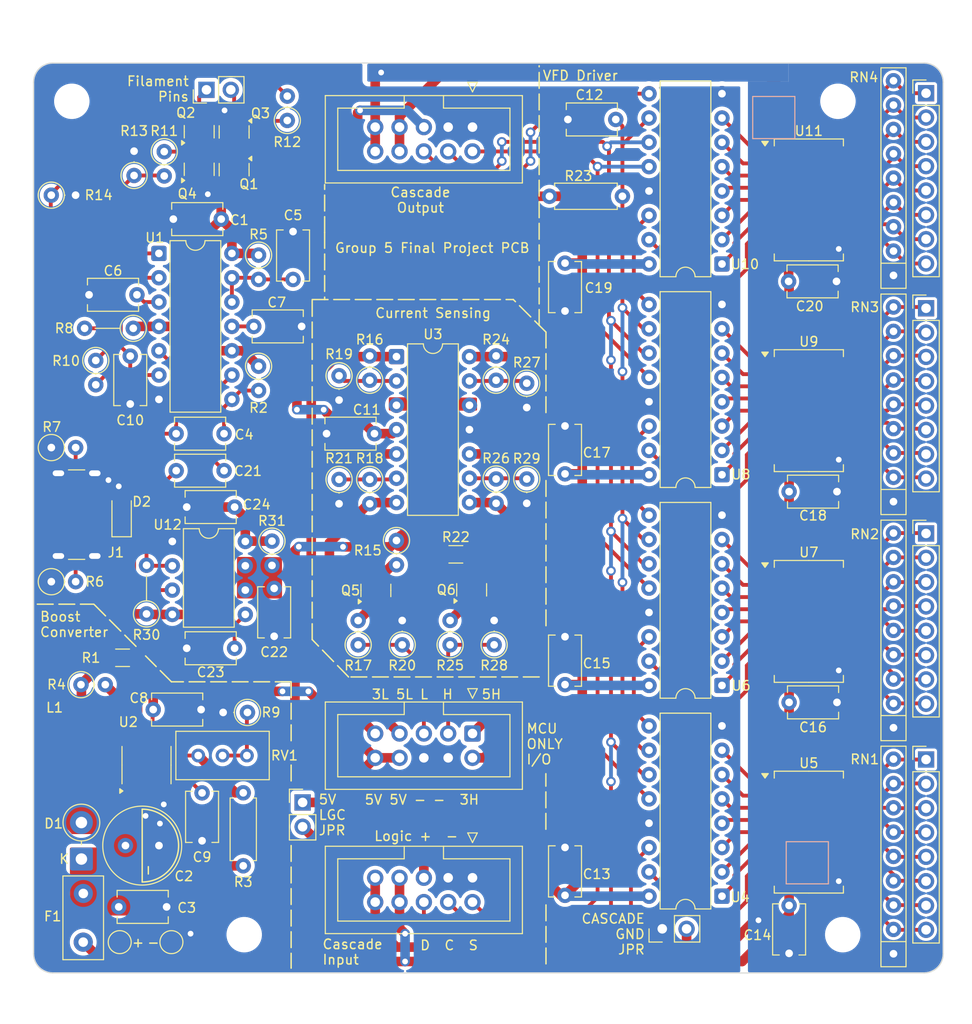
<source format=kicad_pcb>
(kicad_pcb (version 20241229) (generator "pcbnew") (generator_version "9.0")
  (title_block (title "Generic VFD Driver PCB") (date "2025-10-05") (rev "9") (company "ENEL200") (comment 1 "LWQ"))
  (layers (0 "F.Cu" signal) (2 "B.Cu" signal) (13 "F.Paste" user) (15 "B.Paste" user) (5 "F.SilkS" user "F.Silkscreen") (7 "B.SilkS" user "B.Silkscreen") (1 "F.Mask" user) (3 "B.Mask" user) (25 "Edge.Cuts" user))
  (net 0 "")
  (net 1 "/IL_SENSE")
  (net 2 "+5V")
  (net 3 "V_FB")
  (net 4 "/BOOST_OUT")
  (net 5 "/POT")
  (net 6 "GND")
  (net 7 "/BOOST_SW")
  (net 8 "CLK")
  (net 9 "SYNC")
  (net 10 "VDC")
  (net 11 "MAIN_SER_IN")
  (net 12 "MAIN_SER_OUT")
  (net 13 "FILAMENT_1")
  (net 14 "FILAMENT_2")
  (net 15 "GNDA")
  (net 16 "VCC")
  (net 17 "/LCS_DRAIN")
  (net 18 "/LCS_GATE")
  (net 19 "/HCS_DRAIN")
  (net 20 "/HCS_GATE")
  (net 21 "LCS_EN")
  (net 22 "/AFB")
  (net 23 "3LCS")
  (net 24 "/BFB")
  (net 25 "5LCS")
  (net 26 "3HCS")
  (net 27 "/CFB")
  (net 28 "HCS_EN")
  (net 29 "/DFB")
  (net 30 "5HCS")
  (net 31 "CLR")
  (net 32 "BRIDGE_G2")
  (net 33 "BRIDGE_G1")
  (net 34 "H1")
  (net 35 "H2")
  (net 36 "/VFD drive 1/H")
  (net 37 "/VFD drive 1/A")
  (net 38 "/VFD drive 1/E")
  (net 39 "/VFD drive 1/F")
  (net 40 "/VFD drive 1/G")
  (net 41 "/VFD drive 1/B")
  (net 42 "/VFD drive 1/C")
  (net 43 "/VFD drive 1/D")
  (net 44 "/VFD drive 2/C")
  (net 45 "/VFD drive 2/E")
  (net 46 "/VFD drive 2/B")
  (net 47 "/VFD drive 2/H")
  (net 48 "/VFD drive 2/A")
  (net 49 "/VFD drive 2/D")
  (net 50 "/VFD drive 2/G")
  (net 51 "/VFD drive 2/F")
  (net 52 "/VFD drive 3/A")
  (net 53 "/VFD drive 3/D")
  (net 54 "/VFD drive 3/F")
  (net 55 "/VFD drive 3/H")
  (net 56 "/VFD drive 3/B")
  (net 57 "/VFD drive 3/E")
  (net 58 "/VFD drive 3/G")
  (net 59 "/VFD drive 3/C")
  (net 60 "/VFD drive 4/B")
  (net 61 "/VFD drive 4/E")
  (net 62 "/VFD drive 4/D")
  (net 63 "/VFD drive 4/H")
  (net 64 "/VFD drive 4/C")
  (net 65 "/VFD drive 4/A")
  (net 66 "/VFD drive 4/F")
  (net 67 "/VFD drive 4/G")
  (net 68 "/SER_CHAIN1")
  (net 69 "/SER_CHAIN2")
  (net 70 "/SER_CHAIN3")
  (net 71 "Net-(J1-CC2)")
  (net 72 "Net-(J1-CC1)")
  (net 73 "Net-(J7-Pin_6)")
  (net 74 "Net-(J7-Pin_3)")
  (net 75 "Net-(J7-Pin_8)")
  (net 76 "Net-(J7-Pin_1)")
  (net 77 "Net-(J7-Pin_7)")
  (net 78 "Net-(J7-Pin_2)")
  (net 79 "Net-(J7-Pin_5)")
  (net 80 "Net-(J7-Pin_4)")
  (net 81 "Net-(J8-Pin_8)")
  (net 82 "Net-(J8-Pin_6)")
  (net 83 "Net-(J8-Pin_5)")
  (net 84 "Net-(J8-Pin_2)")
  (net 85 "Net-(J8-Pin_7)")
  (net 86 "Net-(J8-Pin_3)")
  (net 87 "Net-(J8-Pin_1)")
  (net 88 "Net-(J8-Pin_4)")
  (net 89 "Net-(J9-Pin_5)")
  (net 90 "Net-(J9-Pin_7)")
  (net 91 "Net-(J9-Pin_2)")
  (net 92 "Net-(J9-Pin_6)")
  (net 93 "Net-(J9-Pin_1)")
  (net 94 "Net-(J9-Pin_3)")
  (net 95 "Net-(J9-Pin_4)")
  (net 96 "Net-(J9-Pin_8)")
  (net 97 "/TC")
  (net 98 "/DRIVE_COLLECTOR")
  (net 99 "Net-(J6-Pin_6)")
  (net 100 "Net-(J6-Pin_3)")
  (net 101 "Net-(J6-Pin_8)")
  (net 102 "Net-(J6-Pin_1)")
  (net 103 "Net-(J6-Pin_7)")
  (net 104 "Net-(J6-Pin_2)")
  (net 105 "Net-(J6-Pin_5)")
  (net 106 "Net-(J6-Pin_4)")
  (net 107 "/TIM_2_IN")
  (net 108 "/TIMING_CAP_2")
  (net 109 "/TIMING_CAP_1")
  (net 110 "/TIM_2_CV")
  (net 111 "/TIM_1_CV")
  (net 112 "/TIM_1_DIS")
  (net 113 "/TIM_3_IN")
  (net 114 "/TIM_2_OUT")
  (net 115 "/TIMING_CAP_3")
  (net 116 "/TIM_3_CV")
  (footprint "Resistor_THT:R_Array_SIP9" (layer "F.Cu") (at 203.2 65.48 90)
    (property "Reference" "RN4")
    (property "Value" "1M" (hide yes))
  )
  (footprint "Resistor_THT:R_Axial_DIN0207_L6.3mm_D2.5mm_P2.54mm_Vertical" (layer "F.Cu") (at 135.74 111.105 180)
    (property "Reference" "R9")
    (property "Value" "3k9" (hide yes))
  )
  (footprint "Capacitor_THT:C_Disc_D5.1mm_W3.2mm_P5.00mm" (layer "F.Cu") (at 122.3 131.405)
    (property "Reference" "C3")
    (property "Value" "100n" (hide yes))
  )
  (footprint "Resistor_THT:R_Axial_DIN0207_L6.3mm_D2.5mm_P2.54mm_Vertical" (layer "F.Cu") (at 115.255 57.105)
    (property "Reference" "R14")
    (property "Value" "10k")
  )
  (footprint "MountingHole:MountingHole_3.2mm_M3" (layer "F.Cu") (at 197.4 47.305)
    (property "Reference" "H2" (hide yes))
    (property "Value" "MountingHole" (hide yes))
  )
  (footprint "MountingHole:MountingHole_3.2mm_M3" (layer "F.Cu") (at 197.9 134.305)
    (property "Reference" "H4" (hide yes))
    (property "Value" "MountingHole" (hide yes))
  )
  (footprint "Package_DIP:DIP-8_W7.62mm" (layer "F.Cu") (at 127.895 93.255)
    (property "Reference" "U12")
    (property "Value" "LM555xN")
  )
  (footprint "Capacitor_THT:C_Disc_D5.1mm_W3.2mm_P5.00mm" (layer "F.Cu") (at 124.2 67.505 180)
    (property "Reference" "C6")
    (property "Value" "10n")
  )
  (footprint "Package_SO:SOP-18_7x12.5mm_P1.27mm" (layer "F.Cu") (at 194.36 101.6)
    (property "Reference" "U7")
    (property "Value" "TBD62783A" (hide yes))
  )
  (footprint "Package_DIP:DIP-14_W7.62mm" (layer "F.Cu") (at 151.3 73.96)
    (property "Reference" "U3")
    (property "Value" "TLV274" (hide yes))
  )
  (footprint "Capacitor_THT:C_Disc_D5.1mm_W3.2mm_P5.00mm" (layer "F.Cu") (at 192.3 88.055)
    (property "Reference" "C18")
    (property "Value" "100n" (hide yes))
  )
  (footprint "Package_TO_SOT_SMD:SOT-23" (layer "F.Cu") (at 149.15 98.3675 90)
    (property "Reference" "Q5")
    (property "Value" "SL3402" (hide yes))
  )
  (footprint "Resistor_THT:R_Axial_DIN0207_L6.3mm_D2.5mm_P2.54mm_Vertical" (layer "F.Cu") (at 138.3 93.22 -90)
    (property "Reference" "R31")
    (property "Value" "39k")
  )
  (footprint "Resistor_THT:R_Axial_DIN0207_L6.3mm_D2.5mm_P2.54mm_Vertical" (layer "F.Cu") (at 127.05 52.56 -90)
    (property "Reference" "R11")
    (property "Value" "2K2")
  )
  (footprint "Resistor_THT:R_Axial_DIN0207_L6.3mm_D2.5mm_P2.54mm_Vertical" (layer "F.Cu") (at 156.9 104.045 90)
    (property "Reference" "R25")
    (property "Value" "2K2" (hide yes))
  )
  (footprint "Connector_IDC:IDC-Header_2x05_P2.54mm_Vertical" (layer "F.Cu") (at 159.24 113.305 -90)
    (property "Reference" "J4" (hide yes))
    (property "Value" "Conn_02x05_Counter_Clockwise" (hide yes))
  )
  (footprint "Package_SO:SOP-18_7x12.5mm_P1.27mm" (layer "F.Cu") (at 194.36 123.6)
    (property "Reference" "U5")
    (property "Value" "TBD62783A" (hide yes))
  )
  (footprint "Connector_PinHeader_2.54mm:PinHeader_1x08_P2.54mm_Vertical" (layer "F.Cu") (at 206.6 116.02)
    (property "Reference" "J6" (hide yes))
    (property "Value" "Conn_01x08_Pin" (hide yes))
  )
  (footprint "Connector_USB:USB_C_Receptacle_GCT_USB4125-xx-x-0190_6P_TopMnt_Horizontal" (layer "F.Cu") (at 116.8 90.455 -90)
    (property "Reference" "J1")
    (property "Value" "USB_C_Receptacle_USB2.0_14P" (hide yes))
  )
  (footprint "Capacitor_THT:C_Disc_D5.1mm_W3.2mm_P5.00mm" (layer "F.Cu") (at 125.9 110.805)
    (property "Reference" "C8")
    (property "Value" "100n" (hide yes))
  )
  (footprint "Capacitor_THT:C_Disc_D5.1mm_W3.2mm_P5.00mm" (layer "F.Cu") (at 131 119.505 -90)
    (property "Reference" "C9")
    (property "Value" "330p" (hide yes))
  )
  (footprint "Custom:SPM7054VT-D" (layer "F.Cu") (at 118.4 115.13 -90)
    (property "Reference" "L1")
    (property "Value" "100uH" (hide yes))
  )
  (footprint "Resistor_THT:R_Axial_DIN0207_L6.3mm_D2.5mm_P2.54mm_Vertical" (layer "F.Cu") (at 115.26 83.455)
    (property "Reference" "R7")
    (property "Value" "5k1" (hide yes))
  )
  (footprint "Resistor_THT:R_Axial_DIN0207_L6.3mm_D2.5mm_P2.54mm_Vertical" (layer "F.Cu") (at 151.9 104.05 90)
    (property "Reference" "R20")
    (property "Value" "10k" (hide yes))
  )
  (footprint "Connector_IDC:IDC-Header_2x05_P2.54mm_Vertical" (layer "F.Cu") (at 159.24 128.365 -90)
    (property "Reference" "J5" (hide yes))
    (property "Value" "Conn_02x05_Counter_Clockwise" (hide yes))
  )
  (footprint "Connector_IDC:IDC-Header_2x05_P2.54mm_Vertical" (layer "F.Cu") (at 159.24 50 -90)
    (property "Reference" "J3" (hide yes))
    (property "Value" "Conn_02x05_Counter_Clockwise" (hide yes))
  )
  (footprint "Package_DIP:DIP-16_W7.62mm" (layer "F.Cu") (at 185.29 108.29 180)
    (property "Reference" "U6")
    (property "Value" "74HC595" (hide yes))
  )
  (footprint "Capacitor_THT:C_Disc_D5.1mm_W3.2mm_P5.00mm" (layer "F.Cu") (at 134.4 89.665 180)
    (property "Reference" "C24")
    (property "Value" "100n")
  )
  (footprint "Resistor_THT:R_Axial_DIN0207_L6.3mm_D2.5mm_P2.54mm_Vertical" (layer "F.Cu") (at 161.705 76.425 90)
    (property "Reference" "R24")
    (property "Value" "18k" (hide yes))
  )
  (footprint "Capacitor_THT:C_Radial_D8.0mm_H11.5mm_P3.50mm" (layer "F.Cu") (at 123 125.005)
    (property "Reference" "C2")
    (property "Value" "100u" (hide yes))
  )
  (footprint "Capacitor_THT:C_Disc_D5.1mm_W3.2mm_P5.00mm" (layer "F.Cu") (at 140.5 65.905 90)
    (property "Reference" "C5")
    (property "Value" "10n")
  )
  (footprint "Capacitor_THT:C_Disc_D5.1mm_W3.2mm_P5.00mm" (layer "F.Cu") (at 149 82 180)
    (property "Reference" "C11")
    (property "Value" "100n" (hide yes))
  )
  (footprint "Package_SO:SOP-18_7x12.5mm_P1.27mm" (layer "F.Cu") (at 194.36 79.6)
    (property "Reference" "U9")
    (property "Value" "TBD62783A" (hide yes))
  )
  (footprint "Capacitor_THT:C_Disc_D5.1mm_W3.2mm_P5.00mm" (layer "F.Cu") (at 168.9 130.2 90)
    (property "Reference" "C13")
    (property "Value" "100n" (hide yes))
  )
  (footprint "Resistor_THT:R_Axial_DIN0207_L6.3mm_D2.5mm_P2.54mm_Vertical" (layer "F.Cu") (at 148.505 86.78 -90)
    (property "Reference" "R18")
    (property "Value" "10k" (hide yes))
  )
  (footprint "Capacitor_THT:C_Disc_D5.1mm_W3.2mm_P5.00mm" (layer "F.Cu") (at 133 59.605 180)
    (property "Reference" "C1")
    (property "Value" "100n")
  )
  (footprint "Connector_PinHeader_2.54mm:PinHeader_1x08_P2.54mm_Vertical" (layer "F.Cu") (at 206.6 68.91)
    (property "Reference" "J8" (hide yes))
    (property "Value" "Conn_01x08_Pin" (hide yes))
  )
  (footprint "Package_TO_SOT_SMD:SOT-23" (layer "F.Cu") (at 134.35 50.505 -90)
    (property "Reference" "Q3")
    (property "Value" "SL3402" (hide yes))
  )
  (footprint "Package_DIP:DIP-16_W7.62mm" (layer "F.Cu") (at 185.29 64.29 180)
    (property "Reference" "U10")
    (property "Value" "74HC595" (hide yes))
  )
  (footprint "Capacitor_THT:C_Disc_D5.1mm_W3.2mm_P5.00mm" (layer "F.Cu") (at 168.9 108.2 90)
    (property "Reference" "C15")
    (property "Value" "100n" (hide yes))
  )
  (footprint "Resistor_THT:R_Axial_DIN0207_L6.3mm_D2.5mm_P2.54mm_Vertical" (layer "F.Cu") (at 115.26 97.455)
    (property "Reference" "R6")
    (property "Value" "5k1" (hide yes))
  )
  (footprint "Resistor_THT:R_Axial_DIN0207_L6.3mm_D2.5mm_P2.54mm_Vertical" (layer "F.Cu") (at 164.905 86.735 -90)
    (property "Reference" "R29")
    (property "Value" "10k" (hide yes))
  )
  (footprint "Resistor_THT:R_Axial_DIN0207_L6.3mm_D2.5mm_P2.54mm_Vertical" (layer "F.Cu") (at 136.9 74.96 -90)
    (property "Reference" "R2")
    (property "Value" "3k3")
  )
  (footprint "Capacitor_THT:C_Disc_D5.1mm_W3.2mm_P5.00mm" (layer "F.Cu") (at 192.3 131.255 -90)
    (property "Reference" "C14")
    (property "Value" "100n" (hide yes))
  )
  (footprint "Package_TO_SOT_SMD:SOT-23" (layer "F.Cu") (at 134.35 54.4425 -90)
    (property "Reference" "Q1")
    (property "Value" "DMG2305UX" (hide yes))
  )
  (footprint "Resistor_THT:R_Axial_DIN0207_L6.3mm_D2.5mm_P2.54mm_Vertical" (layer "F.Cu") (at 151.3 93.155 -90)
    (property "Reference" "R15")
    (property "Value" "6R8" (hide yes))
  )
  (footprint "Resistor_THT:R_Axial_DIN0207_L6.3mm_D2.5mm_P2.54mm_Vertical" (layer "F.Cu") (at 136.9 63.36 -90)
    (property "Reference" "R5")
    (property "Value" "10k")
  )
  (footprint "Connector_PinHeader_2.54mm:PinHeader_1x08_P2.54mm_Vertical" (layer "F.Cu") (at 206.6 46.46)
    (property "Reference" "J9" (hide yes))
    (property "Value" "Conn_01x08_Pin" (hide yes))
  )
  (footprint "Resistor_SMD:R_1206_3216Metric_Pad1.30x1.75mm_HandSolder" (layer "F.Cu") (at 122.7 105.4 180)
    (property "Reference" "R1")
    (property "Value" "0.2R" (hide yes))
  )
  (footprint "Package_DIP:DIP-14_W7.62mm" (layer "F.Cu") (at 126.495 63.185)
    (property "Reference" "U1")
    (property "Value" "LM556")
  )
  (footprint "Package_DIP:DIP-16_W7.62mm" (layer "F.Cu") (at 185.29 86.29 180)
    (property "Reference" "U8")
    (property "Value" "74HC595" (hide yes))
  )
  (footprint "Connector_PinHeader_2.54mm:PinHeader_1x02_P2.54mm_Vertical" (layer "F.Cu") (at 141.5 120.5)
    (property "Reference" "JP1" (hide yes))
    (property "Value" "Jumper_2_Open" (hide yes))
  )
  (footprint "Capacitor_THT:C_Disc_D5.1mm_W3.2mm_P5.00mm" (layer "F.Cu") (at 174.2 49.2 180)
    (property "Reference" "C12")
    (property "Value" "100n" (hide yes))
  )
  (footprint "Diode_THT:D_DO-15_P3.81mm_Vertical_KathodeUp" (layer "F.Cu") (at 118.4 126.41 90)
    (property "Reference" "D1")
    (property "Value" "SB240L" (hide yes))
  )
  (footprint "Capacitor_THT:C_Disc_D5.1mm_W3.2mm_P5.00mm" (layer "F.Cu") (at 133.3 85.865 180)
    (property "Reference" "C21")
    (property "Value" "10n")
  )
  (footprint "Connector_PinHeader_2.54mm:PinHeader_1x02_P2.54mm_Vertical" (layer "F.Cu") (at 179.055 133.695 90)
    (property "Reference" "JP2" (hide yes))
    (property "Value" "Jumper_2_Open")
  )
  (footprint "Resistor_THT:R_Array_SIP9" (layer "F.Cu") (at 203.2 89.1 90)
    (property "Reference" "RN3")
    (property "Value" "1M" (hide yes))
  )
  (footprint "Package_TO_SOT_SMD:SOT-23" (layer "F.Cu") (at 130.7 50.48 90)
    (property "Reference" "Q2")
    (property "Value" "DMG2305UX" (hide yes))
  )
  (footprint "Potentiometer_THT:Potentiometer_Bourns_3296W_Vertical" (layer "F.Cu") (at 130.6 115.605 180)
    (property "Reference" "RV1")
    (property "Value" "10k" (hide yes))
  )
  (footprint "Package_TO_SOT_SMD:SOT-23" (layer "F.Cu") (at 130.7 54.405 90)
    (property "Reference" "Q4")
    (property "Value" "SL3402" (hide yes))
  )
  (footprint "Capacitor_THT:C_Disc_D5.1mm_W3.2mm_P5.00mm" (layer "F.Cu") (at 128.295 82.005)
    (property "Reference" "C4")
    (property "Value" "10n")
  )
  (footprint "Capacitor_THT:C_Disc_D5.1mm_W3.2mm_P5.00mm" (layer "F.Cu") (at 138.53 98.155 -90)
    (property "Reference" "C22")
    (property "Value" "220n")
  )
  (footprint "Fuse:Fuse_Littelfuse_395Series" (layer "F.Cu") (at 118.59 135.085 90)
    (property "Reference" "F1")
    (property "Value" "100mA hold" (hide yes))
  )
  (footprint "Resistor_THT:R_Axial_DIN0207_L6.3mm_D2.5mm_P5.08mm_Vertical" (layer "F.Cu") (at 123.815 71.005 180)
    (property "Reference" "R8")
    (property "Value" "1k")
  )
  (footprint "Resistor_THT:R_Axial_DIN0207_L6.3mm_D2.5mm_P2.54mm_Vertical" (layer "F.Cu") (at 118.355 108.205)
    (property "Reference" "R4")
    (property "Value" "180R" (hide yes))
  )
  (footprint "Resistor_THT:R_Array_SIP9" (layer "F.Cu") (at 203.2 136.3 90)
    (property "Reference" "RN1")
    (property "Value" "1M" (hide yes))
  )
  (footprint "Resistor_THT:R_Axial_DIN0207_L6.3mm_D2.5mm_P2.54mm_Vertical" (layer "F.Cu") (at 119.9 74.36 -90)
    (property "Reference" "R10")
    (property "Value" "68k")
  )
  (footprint "TestPoint:TestPoint_Pad_D2.0mm" (layer "F.Cu") (at 127.8 135.085)
    (property "Reference" "TP3" (hide yes))
    (property "Value" "TestPoint" (hide yes))
  )
  (footprint "Capacitor_THT:C_Disc_D5.1mm_W3.2mm_P5.00mm" (layer "F.Cu") (at 168.9 64.2 -90)
    (property "Reference" "C19")
    (property "Value" "100n" (hide yes))
  )
  (footprint "Capacitor_THT:C_Disc_D5.1mm_W3.2mm_P5.00mm" (layer "F.Cu") (at 192.25 66.105)
    (property "Reference" "C20")
    (property "Value" "100n" (hide yes))
  )
  (footprint "Resistor_THT:R_Axial_DIN0207_L6.3mm_D2.5mm_P2.54mm_Vertical" (layer "F.Cu") (at 139.9 49.305 90)
    (property "Reference" "R12")
    (property "Value" "2K2")
  )
  (footprint "TestPoint:TestPoint_Pad_D2.0mm" (layer "F.Cu") (at 122.4 135.085)
    (property "Reference" "TP4" (hide yes))
    (property "Value" "TestPoint" (hide yes))
  )
  (footprint "Connector_PinHeader_2.54mm:PinHeader_1x02_P2.54mm_Vertical" (layer "F.Cu") (at 131.46 46.105 90)
    (property "Reference" "J2" (hide yes))
    (property "Value" "Conn_01x02_Pin" (hide yes))
  )
  (footprint "Resistor_THT:R_Axial_DIN0207_L6.3mm_D2.5mm_P2.54mm_Vertical" (layer "F.Cu") (at 164.905 76.735 -90)
    (property "Reference" "R27")
    (property "Value" "100R" (hide yes))
  )
  (footprint "Package_SO:SOP-18_7x12.5mm_P1.27mm" (layer "F.Cu") (at 194.36 57.6)
    (property "Reference" "U11")
    (property "Value" "TBD62783A" (hide yes))
  )
  (footprint "Resistor_THT:R_Axial_DIN0207_L6.3mm_D2.5mm_P2.54mm_Vertical" (layer "F.Cu") (at 147.3 104.05 90)
    (property "Reference" "R17")
    (property "Value" "2K2" (hide yes))
  )
  (footprint "Capacitor_THT:C_Disc_D5.1mm_W3.2mm_P5.00mm" (layer "F.Cu") (at 123.5 73.905 -90)
    (property "Reference" "C10")
    (property "Value" "220n")
  )
  (footprint "Capacitor_THT:C_Disc_D5.1mm_W3.2mm_P5.00mm" (layer "F.Cu") (at 168.9 86.2 90)
    (property "Reference" "C17")
    (property "Value" "100n" (hide yes))
  )
  (footprint "Package_TO_SOT_SMD:SOT-23" (layer "F.Cu") (at 159.15 98.305 90)
    (property "Reference" "Q6")
    (property "Value" "SL3402" (hide yes))
  )
  (footprint "Resistor_THT:R_Axial_DIN0207_L6.3mm_D2.5mm_P2.54mm_Vertical" (layer "F.Cu") (at 145.305 75.955 -90)
    (property "Reference" "R19")
    (property "Value" "100R" (hide yes))
  )
  (footprint "Resistor_THT:R_Axial_DIN0207_L6.3mm_D2.5mm_P2.54mm_Vertical" (layer "F.Cu") (at 161.705 86.735 -90)
    (property "Reference" "R26")
    (property "Value" "10k" (hide yes))
  )
  (footprint "Diode_SMD:D_SMF" (layer "F.Cu") (at 122.6 90.405 90)
    (property "Reference" "D2")
    (property "Value" "SMF5V0A" (hide yes))
  )
  (footprint "Package_SO:SOIC-8_3.9x4.9mm_P1.27mm" (layer "F.Cu") (at 125.2 116.605 90)
    (property "Reference" "U2")
    (property "Value" "MC34063AD" (hide yes))
  )
  (footprint "Capacitor_THT:C_Disc_D5.1mm_W3.2mm_P5.00mm" (layer "F.Cu") (at 192.3 110.055)
    (property "Reference" "C16")
    (property "Value" "100n" (hide yes))
  )
  (footprint "MountingHole:MountingHole_3.2mm_M3" (layer "F.Cu") (at 135.4 134.305)
    (property "Reference" "H3" (hide yes))
    (property "Value" "MountingHole" (hide yes))
  )
  (footprint "Resistor_THT:R_Axial_DIN0207_L6.3mm_D2.5mm_P2.54mm_Vertical" (layer "F.Cu") (at 145.305 86.78 -90)
    (property "Reference" "R21")
    (property "Value" "10k" (hide yes))
  )
  (footprint "Capacitor_THT:C_Disc_D5.1mm_W3.2mm_P5.00mm" (layer "F.Cu") (at 136.4 70.805)
    (property "Reference" "C7")
    (property "Value" "10n")
  )
  (footprint "Capacitor_THT:C_Disc_D5.1mm_W3.2mm_P5.00mm" (layer "F.Cu") (at 134.4 104.405 180)
    (property "Reference" "C23")
    (property "Value" "10n")
  )
  (footprint "Resistor_THT:R_Array_SIP9" (layer "F.Cu") (at 203.2 112.7 90)
    (property "Reference" "RN2")
    (property "Value" "1M" (hide yes))
  )
  (footprint "Package_DIP:DIP-16_W7.62mm" (layer "F.Cu") (at 185.29 130.29 180)
    (property "Reference" "U4")
    (property "Value" "74HC595" (hide yes))
  )
  (footprint "Resistor_THT:R_Axial_DIN0207_L6.3mm_D2.5mm_P2.54mm_Vertical" (layer "F.Cu") (at 148.505 76.425 90)
    (property "Reference" "R16")
    (property "Value" "12k" (hide yes))
  )
  (footprint "Resistor_THT:R_Axial_DIN0207_L6.3mm_D2.5mm_P2.54mm_Vertical" (layer "F.Cu") (at 161.5 104.045 90)
    (property "Reference" "R28")
    (property "Value" "10k" (hide yes))
  )
  (footprint "Resistor_THT:R_Axial_DIN0207_L6.3mm_D2.5mm_P7.62mm_Horizontal" (layer "F.Cu") (at 174.895 57.22 180)
    (property "Reference" "R23")
    (property "Value" "10k" (hide yes))
  )
  (footprint "Resistor_THT:R_Axial_DIN0207_L6.3mm_D2.5mm_P5.08mm_Vertical" (layer "F.Cu") (at 125.2 100.82 90)
    (property "Reference" "R30")
    (property "Value" "3k3")
  )
  (footprint "Resistor_THT:R_Axial_DIN0207_L6.3mm_D2.5mm_P2.54mm_Vertical" (layer "F.Cu") (at 123.9 55.05 90)
    (property "Reference" "R13")
    (property "Value" "10k")
  )
  (footprint "Resistor_THT:R_Axial_DIN0207_L6.3mm_D2.5mm_P7.62mm_Horizontal" (layer "F.Cu") (at 135.3 127.115 90)
    (property "Reference" "R3")
    (property "Value" "100k" (hide yes))
  )
  (footprint "Resistor_SMD:R_1206_3216Metric_Pad1.30x1.75mm_HandSolder" (layer "F.Cu") (at 157.5 94.6)
    (property "Reference" "R22")
    (property "Value" "0.2R" (hide yes))
  )
  (footprint "MountingHole:MountingHole_3.2mm_M3" (layer "F.Cu") (at 117.4 47.305)
    (property "Reference" "H1" (hide yes))
    (property "Value" "MountingHole" (hide yes))
  )
  (footprint "Connector_PinHeader_2.54mm:PinHeader_1x08_P2.54mm_Vertical" (layer "F.Cu") (at 206.6 92.42)
    (property "Reference" "J7" (hide yes))
    (property "Value" "Conn_01x08_Pin" (hide yes))
  )
  (footprint "TestPoint:TestPoint_Pad_4.0x4.0mm" (layer "B.Cu") (at 190.7 49 180)
    (property "Reference" "TP1" (hide yes))
    (property "Value" "TestPoint" (hide yes))
  )
  (footprint "TestPoint:TestPoint_Pad_4.0x4.0mm" (layer "B.Cu") (at 194.2 126.8 180)
    (property "Reference" "TP2" (hide yes))
    (property "Value" "TestPoint" (hide yes))
  )
  (gr_line (start 166.2 70.7) (end 166.2 43.6) (stroke (width 0.15) (type dash)) (layer "F.SilkS"))
  (gr_line (start 140.3 107.905) (end 127.8 107.905) (stroke (width 0.15) (type dash)) (layer "F.SilkS"))
  (gr_line (start 124.1 104.205) (end 119.7 99.805) (stroke (width 0.15) (type dash)) (layer "F.SilkS"))
  (gr_line (start 142.5 103.5) (end 142.5 68) (stroke (width 0.15) (type dash)) (layer "F.SilkS"))
  (gr_line (start 140.3 125) (end 140.3 137.8) (stroke (width 0.15) (type dash)) (layer "F.SilkS"))
  (gr_line (start 146.3 107.4) (end 142.5 103.5) (stroke (width 0.15) (type dash)) (layer "F.SilkS"))
  (gr_line (start 143.8 61) (end 143.8 68) (stroke (width 0.15) (type dash)) (layer "F.SilkS"))
  (gr_line (start 143.8 61) (end 143.8 56) (stroke (width 0.15) (type dash)) (layer "F.SilkS"))
  (gr_line (start 166.9 123.3) (end 166.9 117.5) (stroke (width 0.15) (type dash)) (layer "F.SilkS"))
  (gr_line (start 166.2 107.4) (end 146.3 107.4) (stroke (width 0.15) (type dash)) (layer "F.SilkS"))
  (gr_line (start 166.912 131.2) (end 166.912 137.5) (stroke (width 0.15) (type dash)) (layer "F.SilkS"))
  (gr_arc (start 124.75 121.205) (mid 128.55 125.005) (end 124.75 128.805) (stroke (width 0.15)) (layer "F.SilkS"))
  (gr_line (start 124.75 121.205) (end 124.75 128.805) (stroke (width 0.15)) (layer "F.SilkS"))
  (gr_line (start 166.912 71.4) (end 163.5 68) (stroke (width 0.15) (type dash)) (layer "F.SilkS"))
  (gr_line (start 140.3 107.905) (end 140.3 114.4) (stroke (width 0.15) (type dash)) (layer "F.SilkS"))
  (gr_line (start 142.5 68) (end 163.5 68) (stroke (width 0.15) (type dash)) (layer "F.SilkS"))
  (gr_line (start 127.8 107.905) (end 125.1 105.205) (stroke (width 0.15) (type dash)) (layer "F.SilkS"))
  (gr_line (start 113.8 99.805) (end 119.7 99.805) (stroke (width 0.15) (type dash)) (layer "F.SilkS"))
  (gr_line (start 166.912 86.9) (end 166.912 102.3) (stroke (width 0.15) (type dash)) (layer "F.SilkS"))
  (gr_line (start 140.3 116.6) (end 140.3 118.6) (stroke (width 0.15) (type dash)) (layer "F.SilkS"))
  (gr_line (start 166.912 71.4) (end 166.90852 79.8) (stroke (width 0.15) (type dash)) (layer "F.SilkS"))
  (gr_line (start 206.4 138.305) (end 115.4 138.305) (stroke (width 0.1)) (layer "Edge.Cuts"))
  (gr_arc (start 113.4 45.305) (mid 113.985786 43.890786) (end 115.4 43.305) (stroke (width 0.1)) (layer "Edge.Cuts"))
  (gr_arc (start 206.4 43.305) (mid 207.814214 43.890786) (end 208.4 45.305) (stroke (width 0.1)) (layer "Edge.Cuts"))
  (gr_arc (start 115.4 138.305) (mid 113.985786 137.719214) (end 113.4 136.305) (stroke (width 0.1)) (layer "Edge.Cuts"))
  (gr_arc (start 208.4 136.305) (mid 207.814214 137.719214) (end 206.4 138.305) (stroke (width 0.1)) (layer "Edge.Cuts"))
  (gr_line (start 113.4 136.305) (end 113.4 45.305) (stroke (width 0.1)) (layer "Edge.Cuts"))
  (gr_line (start 115.4 43.305) (end 206.4 43.305) (stroke (width 0.1)) (layer "Edge.Cuts"))
  (gr_line (start 208.4 45.305) (end 208.4 136.305) (stroke (width 0.1)) (layer "Edge.Cuts"))
  (gr_text "Cascade\nOutput" (at 153.8 59 0) (layer "F.SilkS") (effects (font (size 1 1)) (justify bottom)))
  (gr_text "-" (at 125.2 135.7 0) (layer "F.SilkS") (effects (font (size 1 1)) (justify left bottom)))
  (gr_text "5V\nLGC\nJPR" (at 143.1 124 0) (layer "F.SilkS") (effects (font (size 1 1)) (justify left bottom)))
  (gr_text "MCU\nONLY\nI/O" (at 164.8 116.6 0) (layer "F.SilkS") (effects (font (size 1 1)) (justify left bottom)))
  (gr_text "Cascade\nInput" (at 143.5 137.5 0) (layer "F.SilkS") (effects (font (size 1 1)) (justify left bottom)))
  (gr_text "Group 5 Final Project PCB" (at 144.8 63.2 0) (layer "F.SilkS") (effects (font (size 1 1)) (justify left bottom)))
  (gr_text "CASCADE\nGND\nJPR" (at 177.31 136.445 0) (layer "F.SilkS") (effects (font (size 1 1)) (justify right bottom)))
  (gr_text "D  C  S" (at 153.7 136 0) (layer "F.SilkS") (effects (font (size 1 1)) (justify left bottom)))
  (gr_text "-" (at 125.9 128.305 90) (layer "F.SilkS") (effects (font (size 1 1)) (justify left bottom)))
  (gr_text "Logic +  -" (at 148.9 124.6 0) (layer "F.SilkS") (effects (font (size 1 1)) (justify left bottom)))
  (gr_text "+" (at 123.6 135.7 0) (layer "F.SilkS") (effects (font (size 1 1)) (justify left bottom)))
  (gr_text "Current Sensing" (at 149 70 0) (layer "F.SilkS") (effects (font (size 1 1)) (justify left bottom)))
  (gr_text "VFD Driver" (at 166.5 45.2 0) (layer "F.SilkS") (effects (font (size 1 1)) (justify left bottom)))
  (gr_text "3L 5L L  H    5H" (at 148.64 109.8 0) (layer "F.SilkS") (effects (font (size 1 1)) (justify left bottom)))
  (gr_text "5V 5V - -  3H" (at 147.9 120.8 0) (layer "F.SilkS") (effects (font (size 1 1)) (justify left bottom)))
  (gr_text "Boost\nConverter" (at 114 103.305 0) (layer "F.SilkS") (effects (font (size 1 1)) (justify left bottom)))
  (gr_text "Filament\nPins" (at 129.7 47.405 0) (layer "F.SilkS") (effects (font (size 1 1)) (justify right bottom)))
  (segment (start 124.565 114.13) (end 124.565 108.815) (width 0.4) (layer "F.Cu") (net 1))
  (segment (start 118.355 108.195) (end 121.15 105.4) (width 1) (layer "F.Cu") (net 1))
  (segment (start 124.565 108.815) (end 121.15 105.4) (width 0.4) (layer "F.Cu") (net 1))
  (segment (start 118.4 111.855) (end 118.4 108.25) (width 1) (layer "F.Cu") (net 1))
  (segment (start 134.115 63.185) (end 136.725 63.185) (width 1) (layer "F.Cu") (net 2))
  (segment (start 130.495 70.865) (end 130.495 73.465) (width 1) (layer "F.Cu") (net 2))
  (segment (start 131.7 89.605) (end 131.7 98.465) (width 1) (layer "F.Cu") (net 2))
  (segment (start 125.9 107.05) (end 125.9 108.905) (width 1) (layer "F.Cu") (net 2))
  (segment (start 135.55 93.22) (end 135.515 93.255) (width 1) (layer "F.Cu") (net 2))
  (segment (start 142.14 108.905) (end 149.08 115.845) (width 1) (layer "F.Cu") (net 2))
  (segment (start 134.4 89.665) (end 131.76 89.665) (width 1) (layer "F.Cu") (net 2))
  (segment (start 134.4 89.665) (end 135.515 90.78) (width 1) (layer "F.Cu") (net 2))
  (segment (start 134.115 60.72) (end 134.115 63.185) (width 1) (layer "F.Cu") (net 2))
  (segment (start 126.495 70.805) (end 130.435 70.805) (width 1) (layer "F.Cu") (net 2))
  (segment (start 125.9 108.905) (end 125.9 110.805) (width 1) (layer "F.Cu") (net 2))
  (segment (start 129.29 100.875) (end 127.895 100.875) (width 1) (layer "F.Cu") (net 2))
  (segment (start 135.515 90.78) (end 135.515 93.255) (width 1) (layer "F.Cu") (net 2))
  (segment (start 139.4 108.905) (end 125.9 108.905) (width 1) (layer "F.Cu") (net 2))
  (segment (start 122.615 100.82) (end 122.6 100.805) (width 1) (layer "F.Cu") (net 2))
  (segment (start 124.015 70.805) (end 123.815 71.005) (width 1) (layer "F.Cu") (net 2))
  (segment (start 124.25 105.4) (end 125.9 107.05) (width 1) (layer "F.Cu") (net 2))
  (segment (start 141.5 120.5) (end 144.425 120.5) (width 1) (layer "F.Cu") (net 2))
  (segment (start 126.295 71.005) (end 126.495 70.805) (width 1) (layer "F.Cu") (net 2))
  (segment (start 134.115 73.345) (end 130.615 73.345) (width 1) (layer "F.Cu") (net 2))
  (segment (start 136.9 74.96) (end 135.285 73.345) (width 1) (layer "F.Cu") (net 2))
  (segment (start 133 59.605) (end 130.495 62.11) (width 1) (layer "F.Cu") (net 2))
  (segment (start 125.055 106.205) (end 124.25 105.4) (width 1) (layer "F.Cu") (net 2))
  (segment (start 136.725 63.185) (end 136.9 63.36) (width 1) (layer "F.Cu") (net 2))
  (segment (start 131.7 98.465) (end 129.29 100.875) (width 1) (layer "F.Cu") (net 2))
  (segment (start 131.76 89.665) (end 131.7 89.605) (width 1) (layer "F.Cu") (net 2))
  (segment (start 122.6 91.855) (end 122.6 100.805) (width 1) (layer "F.Cu") (net 2))
  (segment (start 135.285 73.345) (end 134.115 73.345) (width 1) (layer "F.Cu") (net 2))
  (segment (start 130.435 70.805) (end 130.495 70.865) (width 1) (layer "F.Cu") (net 2))
  (segment (start 130.495 73.465) (end 130.495 86.8) (width 1) (layer "F.Cu") (net 2))
  (segment (start 125.255 100.875) (end 125.2 100.82) (width 1) (layer "F.Cu") (net 2))
  (segment (start 144.425 120.5) (end 149.08 115.845) (width 1) (layer "F.Cu") (net 2))
  (segment (start 125.835 114.13) (end 125.835 110.87) (width 0.4) (layer "F.Cu") (net 2))
  (segment (start 142.1 108.905) (end 142.14 108.905) (width 1) (layer "F.Cu") (net 2))
  (segment (start 130.615 73.345) (end 130.495 73.465) (width 1) (layer "F.Cu") (net 2))
  (segment (start 122.6 103.75) (end 124.25 105.4) (width 1) (layer "F.Cu") (net 2))
  (segment (start 131.7 88.005) (end 131.7 89.605) (width 1) (layer "F.Cu") (net 2))
  (segment (start 138.3 93.22) (end 135.55 93.22) (width 1) (layer "F.Cu") (net 2))
  (segment (start 127.895 100.875) (end 125.255 100.875) (width 1) (layer "F.Cu") (net 2))
  (segment (start 126.495 70.805) (end 124.015 70.805) (width 1) (layer "F.Cu") (net 2))
  (segment (start 122.6 100.805) (end 122.6 102.005) (width 1) (layer "F.Cu") (net 2))
  (segment (start 133 53.255) (end 131.701 51.956) (width 1) (layer "F.Cu") (net 2))
  (segment (start 131.701 51.956) (end 131.701 51.4175) (width 1) (layer "F.Cu") (net 2))
  (segment (start 122.6 102.005) (end 122.6 103.75) (width 1) (layer "F.Cu") (net 2))
  (segment (start 133 59.605) (end 134.115 60.72) (width 1) (layer "F.Cu") (net 2))
  (segment (start 133 59.605) (end 133 53.255) (width 1) (layer "F.Cu") (net 2))
  (segment (start 125.2 100.82) (end 122.615 100.82) (width 1) (layer "F.Cu") (net 2))
  (segment (start 130.495 62.11) (end 130.495 70.865) (width 1) (layer "F.Cu") (net 2))
  (segment (start 151.62 115.845) (end 149.08 115.845) (width 1) (layer "F.Cu") (net 2))
  (segment (start 130.495 86.8) (end 131.7 88.005) (width 1) (layer "F.Cu") (net 2))
  (via (at 142.1 108.905) (size 1) (drill 0.6) (layers "F.Cu" "B.Cu") (net 2))
  (via (at 139.4 108.905) (size 1) (drill 0.6) (layers "F.Cu" "B.Cu") (net 2))
  (segment (start 139.4 108.905) (end 142.1 108.905) (width 1) (layer "B.Cu") (net 2))
  (segment (start 130.6 115.605) (end 128.58 115.605) (width 0.4) (layer "F.Cu") (net 3))
  (segment (start 134.49 119.495) (end 130.6 115.605) (width 1) (layer "F.Cu") (net 3))
  (segment (start 135.3 119.495) (end 134.49 119.495) (width 1) (layer "F.Cu") (net 3))
  (segment (start 128.58 115.605) (end 127.105 114.13) (width 0.4) (layer "F.Cu") (net 3))
  (segment (start 135.3 127.115) (end 123.51 127.115) (width 1) (layer "F.Cu") (net 4))
  (segment (start 133.14 115.605) (end 135.68 115.605) (width 0.4) (layer "F.Cu") (net 5))
  (segment (start 135.68 115.605) (end 135.68 111.165) (width 0.4) (layer "F.Cu") (net 5))
  (segment (start 129.8 134.2) (end 129 135) (width 1) (layer "F.Cu") (net 6))
  (segment (start 133.349 49.404) (end 133.349 49.5675) (width 1) (layer "F.Cu") (net 6))
  (segment (start 133.35 49.403) (end 133.349 49.404) (width 1) (layer "F.Cu") (net 6))
  (segment (start 150.1 99.305) (end 150.1 99.71) (width 1) (layer "F.Cu") (net 6))
  (segment (start 150.1 99.71) (end 151.9 101.51) (width 1) (layer "F.Cu") (net 6))
  (segment (start 160.1 99.2425) (end 160.1 100.105) (width 1) (layer "F.Cu") (net 6))
  (segment (start 160.1 100.105) (end 161.5 101.505) (width 1) (layer "F.Cu") (net 6))
  (segment (start 133.35 48.255) (end 133.35 49.403) (width 1) (layer "F.Cu") (net 6))
  (segment (start 131.6 57.005) (end 131.6 55.3925) (width 1) (layer "F.Cu") (net 6))
  (segment (start 129 135) (end 127.9 135) (width 1) (layer "F.Cu") (net 6))
  (via (at 126.6 122.705) (size 1) (drill 0.6) (layers "F.Cu" "B.Cu") (net 6))
  (via (at 127 120.705) (size 1) (drill 0.6) (layers "F.Cu" "B.Cu") (net 6))
  (via (at 122.3 87.5) (size 1) (drill 0.6) (layers "F.Cu" "B.Cu") (net 6))
  (via (at 131.6 57.005) (size 1) (drill 0.6) (layers "F.Cu" "B.Cu") (net 6))
  (via (at 129.8 134.2) (size 1) (drill 0.6) (layers "F.Cu" "B.Cu") (net 6))
  (via (at 133.35 48.255) (size 1) (drill 0.6) (layers "F.Cu" "B.Cu") (net 6))
  (via (at 121.225 86.85) (size 1) (drill 0.6) (layers "F.Cu" "B.Cu") (net 6))
  (via (at 125.1 121.905) (size 1) (drill 0.6) (layers "F.Cu" "B.Cu") (net 6))
  (segment (start 161.5 54.5) (end 158.66 54.5) (width 0.4) (layer "F.Cu") (net 8))
  (segment (start 162.3 53.7) (end 162.3 53.54) (width 0.4) (layer "F.Cu") (net 8))
  (segment (start 177.085 117.59) (end 173.7 114.205) (width 0.4) (layer "F.Cu") (net 8))
  (segment (start 162.3 51.54) (end 172.84 51.54) (width 0.4) (layer "F.Cu") (net 8))
  (segment (start 161.5 54.5) (end 162.3 53.7) (width 0.4) (layer "F.Cu") (net 8))
  (segment (start 173.7 114.205) (end 173.7 96.32) (width 0.4) (layer "F.Cu") (net 8))
  (segment (start 173.7 70.205) (end 173.485 69.99) (width 0.4) (layer "F.Cu") (net 8))
  (segment (start 173.485 69.99) (end 173.485 52.185) (width 0.4) (layer "F.Cu") (net 8))
  (segment (start 172.84 51.54) (end 173.3 52) (width 0.4) (layer "F.Cu") (net 8))
  (segment (start 159.1 133.305) (end 171.8 133.305) (width 0.4) (layer "F.Cu") (net 8))
  (segment (start 171.8 133.305) (end 173.7 131.405) (width 0.4) (layer "F.Cu") (net 8))
  (segment (start 173.485 52.185) (end 173.3 52) (width 0.4) (layer "F.Cu") (net 8))
  (segment (start 177.085 95.59) (end 173.7 92.205) (width 0.4) (layer "F.Cu") (net 8))
  (segment (start 158.66 54.5) (end 156.7 52.54) (width 0.4) (layer "F.Cu") (net 8))
  (segment (start 173.7 92.205) (end 173.7 74.32) (width 0.4) (layer "F.Cu") (net 8))
  (segment (start 173.7 131.405) (end 173.7 118.32) (width 0.4) (layer "F.Cu") (net 8))
  (segment (start 177.085 73.59) (end 173.7 70.205) (width 0.4) (layer "F.Cu") (net 8))
  (segment (start 156.7 130.905) (end 159.1 133.305) (width 0.4) (layer "F.Cu") (net 8))
  (via (at 173.7 70.205) (size 1) (drill 0.6) (layers "F.Cu" "B.Cu") (net 8))
  (via (at 173.7 96.32) (size 1) (drill 0.6) (layers "F.Cu" "B.Cu") (net 8))
  (via (at 173.7 92.205) (size 1) (drill 0.6) (layers "F.Cu" "B.Cu") (net 8))
  (via (at 162.3 51.54) (size 1) (drill 0.6) (layers "F.Cu" "B.Cu") (net 8))
  (via (at 173.7 118.32) (size 1) (drill 0.6) (layers "F.Cu" "B.Cu") (net 8))
  (via (at 173.7 74.32) (size 1) (drill 0.6) (layers "F.Cu" "B.Cu") (net 8))
  (via (at 162.3 53.54) (size 1) (drill 0.6) (layers "F.Cu" "B.Cu") (net 8))
  (via (at 173.3 52) (size 1) (drill 0.6) (layers "F.Cu" "B.Cu") (net 8))
  (via (at 173.7 114.205) (size 1) (drill 0.6) (layers "F.Cu" "B.Cu") (net 8))
  (segment (start 173.71 51.59) (end 177.67 51.59) (width 0.4) (layer "B.Cu") (net 8))
  (segment (start 173.7 92.205) (end 173.7 96.32) (width 0.4) (layer "B.Cu") (net 8))
  (segment (start 173.7 114.205) (end 173.7 118.32) (width 0.4) (layer "B.Cu") (net 8))
  (segment (start 173.3 52) (end 173.71 51.59) (width 0.4) (layer "B.Cu") (net 8))
  (segment (start 162.3 53.54) (end 162.3 51.54) (width 0.4) (layer "B.Cu") (net 8))
  (segment (start 173.7 70.205) (end 173.7 74.32) (width 0.4) (layer "B.Cu") (net 8))
  (segment (start 172.3 130.405) (end 172.3 114.12) (width 0.4) (layer "F.Cu") (net 9))
  (segment (start 172.3 70.2) (end 172.3 92) (width 0.4) (layer "F.Cu") (net 9))
  (segment (start 172.34 114.8) (end 172.3 114.8) (width 0.4) (layer "F.Cu") (net 9))
  (segment (start 172.3 92) (end 172.3 114.12) (width 0.4) (layer "F.Cu") (net 9))
  (segment (start 159.24 52.54) (end 170.72 52.54) (width 0.4) (layer "F.Cu") (net 9))
  (segment (start 172.3 70.2) (end 172.3 54.12) (width 0.4) (layer "F.Cu") (net 9))
  (segment (start 172.3 114.8) (end 172.3 114.12) (width 0.4) (layer "F.Cu") (net 9))
  (segment (start 177.67 76.13) (end 172.3 70.76) (width 0.4) (layer "F.Cu") (net 9))
  (segment (start 177.67 120.13) (end 172.34 114.8) (width 0.4) (layer "F.Cu") (net 9))
  (segment (start 159.24 130.905) (end 160.64 132.305) (width 0.4) (layer "F.Cu") (net 9))
  (segment (start 172.3 70.76) (end 172.3 70.2) (width 0.4) (layer "F.Cu") (net 9))
  (segment (start 160.64 132.305) (end 170.4 132.305) (width 0.4) (layer "F.Cu") (net 9))
  (segment (start 172.3 92.76) (end 172.3 92) (width 0.4) (layer "F.Cu") (net 9))
  (segment (start 170.4 132.305) (end 172.3 130.405) (width 0.4) (layer "F.Cu") (net 9))
  (segment (start 170.72 52.54) (end 172.3 54.12) (width 0.4) (layer "F.Cu") (net 9))
  (segment (start 177.67 98.13) (end 172.3 92.76) (width 0.4) (layer "F.Cu") (net 9))
  (via (at 172.3 54.12) (size 1) (drill 0.6) (layers "F.Cu" "B.Cu") (net 9))
  (segment (start 172.31 54.13) (end 172.3 54.12) (width 0.4) (layer "B.Cu") (net 9))
  (segment (start 177.67 54.13) (end 172.31 54.13) (width 0.4) (layer "B.Cu") (net 9))
  (segment (start 122.5 137.105) (end 120.61 137.105) (width 1) (layer "F.Cu") (net 10))
  (segment (start 192.3 132.2) (end 192.3 131.255) (width 1) (layer "F.Cu") (net 10))
  (segment (start 151.62 133.625) (end 152.2 134.205) (width 1) (layer "F.Cu") (net 10))
  (segment (start 151.62 128.365) (end 151.62 130.905) (width 1) (layer "F.Cu") (net 10))
  (segment (start 120.61 137.105) (end 118.59 135.085) (width 1) (layer "F.Cu") (net 10))
  (segment (start 152.2 137.105) (end 187.395 137.105) (width 1) (layer "F.Cu") (net 10))
  (segment (start 192.25 46.785) (end 189.965 44.5) (width 1) (layer "F.Cu") (net 10))
  (segment (start 192.3 131.255) (end 192.3 110.055) (width 1) (layer "F.Cu") (net 10))
  (segment (start 152.2 137.105) (end 122.5 137.105) (width 1) (layer "F.Cu") (net 10))
  (segment (start 122.4 137.005) (end 122.5 137.105) (width 1) (layer "F.Cu") (net 10))
  (segment (start 192.3 110.055) (end 192.3 88.055) (width 1) (layer "F.Cu") (net 10))
  (segment (start 151.62 52.54) (end 151.62 50.205133) (width 1) (layer "F.Cu") (net 10))
  (segment (start 156 44.5) (end 151.62 48.88) (width 1) (layer "F.Cu") (net 10))
  (segment (start 187.395 137.105) (end 192.3 132.2) (width 1) (layer "F.Cu") (net 10))
  (segment (start 192.3 88.055) (end 192.3 66.155) (width 1) (layer "F.Cu") (net 10))
  (segment (start 122.4 135.085) (end 122.4 137.005) (width 1) (layer "F.Cu") (net 10))
  (segment (start 151.62 130.905) (end 151.62 133.625) (width 1) (layer "F.Cu") (net 10))
  (segment (start 192.25 66.105) (end 192.25 46.785) (width 1) (layer "F.Cu") (net 10))
  (segment (start 189.965 44.5) (end 156 44.5) (width 1) (layer "F.Cu") (net 10))
  (segment (start 192.3 66.155) (end 192.25 66.105) (width 1) (layer "F.Cu") (net 10))
  (segment (start 151.62 48.88) (end 151.62 50) (width 1) (layer "F.Cu") (net 10))
  (via (at 152.2 137.105) (size 1) (drill 0.6) (layers "F.Cu" "B.Cu") (net 10))
  (via (at 152.2 134.205) (size 1) (drill 0.6) (layers "F.Cu" "B.Cu") (net 10))
  (segment (start 152.2 134.205) (end 152.2 137.105) (width 1) (layer "B.Cu") (net 10))
  (segment (start 154.16 132.165) (end 156.4 134.405) (width 0.4) (layer "F.Cu") (net 11))
  (segment (start 175.785 131.82) (end 175.785 127.095) (width 0.4) (layer "F.Cu") (net 11))
  (segment (start 173.2 134.405) (end 175.785 131.82) (width 0.4) (layer "F.Cu") (net 11))
  (segment (start 156.4 134.405) (end 173.2 134.405) (width 0.4) (layer "F.Cu") (net 11))
  (segment (start 175.785 127.095) (end 177.67 125.21) (width 0.4) (layer "F.Cu") (net 11))
  (segment (start 154.16 130.905) (end 154.16 132.165) (width 0.4) (layer "F.Cu") (net 11))
  (segment (start 169.33 46.51) (end 177.67 46.51) (width 0.4) (layer "F.Cu") (net 12))
  (segment (start 163.34 55.5) (end 165.3 53.54) (width 0.4) (layer "F.Cu") (net 12))
  (segment (start 157.12 55.5) (end 163.34 55.5) (width 0.4) (layer "F.Cu") (net 12))
  (segment (start 157.12 55.5) (end 154.16 52.54) (width 0.4) (layer "F.Cu") (net 12))
  (segment (start 165.3 50.54) (end 169.33 46.51) (width 0.4) (layer "F.Cu") (net 12))
  (via (at 165.3 50.54) (size 1) (drill 0.6) (layers "F.Cu" "B.Cu") (net 12))
  (via (at 165.3 53.54) (size 1) (drill 0.6) (layers "F.Cu" "B.Cu") (net 12))
  (segment (start 165.3 53.54) (end 165.3 50.54) (width 0.4) (layer "B.Cu") (net 12))
  (segment (start 134.35 55.38) (end 134.35 51.4425) (width 0.4) (layer "F.Cu") (net 13))
  (segment (start 134.35 46.455) (end 134 46.105) (width 0.4) (layer "F.Cu") (net 13))
  (segment (start 134.35 51.4425) (end 134.35 46.455) (width 0.4) (layer "F.Cu") (net 13))
  (segment (start 130.7 49.5425) (end 130.7 46.865) (width 0.4) (layer "F.Cu") (net 14))
  (segment (start 130.7 49.5425) (end 130.7 53.4675) (width 0.4) (layer "F.Cu") (net 14))
  (segment (start 130.7 46.865) (end 131.46 46.105) (width 0.4) (layer "F.Cu") (net 14))
  (segment (start 149.08 44.92) (end 149.08 50) (width 1) (layer "F.Cu") (net 15))
  (segment (start 151.3 135.605) (end 143.605 135.605) (width 1) (layer "F.Cu") (net 15))
  (segment (start 149.08 128.365) (end 149.08 133.385) (width 1) (layer "F.Cu") (net 15))
  (segment (start 140.7 94.199) (end 141.099 93.8) (width 1) (layer "F.Cu") (net 15))
  (segment (start 188.7 132.8) (end 185.895 135.605) (width 1) (layer "F.Cu") (net 15))
  (segment (start 140.7 117.3) (end 140.7 94.199) (width 1) (layer "F.Cu") (net 15))
  (segment (start 185.895 135.605) (end 181.56 135.605) (width 1) (layer "F.Cu") (net 15))
  (segment (start 145.719239 93.819239) (end 150.635761 93.819239) (width 1) (layer "F.Cu") (net 15))
  (segment (start 181.595 135.57) (end 181.56 135.605) (width 1) (layer "F.Cu") (net 15))
  (segment (start 189.1 132.8) (end 188.7 132.8) (width 1) (layer "F.Cu") (net 15))
  (segment (start 150.635761 93.819239) (end 151.3 93.155) (width 1) (layer "F.Cu") (net 15))
  (segment (start 149.08 50) (end 149.08 52.54) (width 1) (layer "F.Cu") (net 15))
  (segment (start 181.56 135.605) (end 151.3 135.605) (width 1) (layer "F.Cu") (net 15))
  (segment (start 139 119) (end 140.7 117.3) (width 1) (layer "F.Cu") (net 15))
  (segment (start 181.595 133.695) (end 181.595 135.57) (width 1) (layer "F.Cu") (net 15))
  (segment (start 149.08 133.385) (end 151.3 135.605) (width 1) (layer "F.Cu") (net 15))
  (segment (start 143.605 135.605) (end 139 131) (width 1) (layer "F.Cu") (net 15))
  (segment (start 149.7 44.3) (end 149.08 44.92) (width 1) (layer "F.Cu") (net 15))
  (segment (start 139 131) (end 139 119) (width 1) (layer "F.Cu") (net 15))
  (via (at 141.099 93.8) (size 1) (drill 0.6) (layers "F.Cu" "B.Cu") (net 15))
  (via (at 145.719239 93.819239) (size 1) (drill 0.6) (layers "F.Cu" "B.Cu") (net 15))
  (via (at 197.485 84.72) (size 1) (drill 0.6) (layers "F.Cu" "B.Cu") (net 15))
  (via (at 197.485 62.72) (size 1) (drill 0.6) (layers "F.Cu" "B.Cu") (net 15))
  (via (at 197.485 128.72) (size 1) (drill 0.6) (layers "F.Cu" "B.Cu") (net 15))
  (via (at 189.1 132.8) (size 1) (drill 0.6) (layers "F.Cu" "B.Cu") (net 15))
  (via (at 197.485 106.72) (size 1) (drill 0.6) (layers "F.Cu" "B.Cu") (net 15))
  (via (at 149.7 44.3) (size 1) (drill 0.6) (layers "F.Cu" "B.Cu") (net 15))
  (segment (start 145.7 93.8) (end 145.719239 93.819239) (width 1) (layer "B.Cu") (net 15))
  (segment (start 141.099 93.8) (end 145.7 93.8) (width 1) (layer "B.Cu") (net 15))
  (segment (start 170.7 128.4) (end 170.7 108.2) (width 1) (layer "F.Cu") (net 16))
  (segment (start 147.25 59.405) (end 147.25 68.85) (width 1) (layer "F.Cu") (net 16))
  (segment (start 147.25 57.105) (end 147.25 59.405) (width 1) (layer "F.Cu") (net 16))
  (segment (start 154.16 128.365) (end 154.16 126.745) (width 1) (layer "F.Cu") (net 16))
  (segment (start 149 82) (end 147.399 80.399) (width 1) (layer "F.Cu") (net 16))
  (segment (start 147.25 48.5) (end 147.25 54.905) (width 1) (layer "F.Cu") (net 16))
  (segment (start 147.25 54.905) (end 147.25 56.405) (width 1) (layer "F.Cu") (net 16))
  (segment (start 156.7 124.205) (end 162.475 124.205) (width 1) (layer "F.Cu") (net 16))
  (segment (start 168.47 130.2) (end 162.475 124.205) (width 1) (layer "F.Cu") (net 16))
  (segment (start 147.399 80.399) (end 144.598 80.399) (width 1) (layer "F.Cu") (net 16))
  (segment (start 168.9 86.2) (end 170.7 86.2) (width 1) (layer "F.Cu") (net 16))
  (segment (start 167.275 57.22) (end 147.365 57.22) (width 1) (layer "F.Cu") (net 16))
  (segment (start 142.665 124.205) (end 141.5 123.04) (width 1) (layer "F.Cu") (net 16))
  (segment (start 147.25 56.405) (end 147.25 57.105) (width 1) (layer "F.Cu") (net 16))
  (segment (start 169.40637 57.22) (end 167.275 57.22) (width 1) (layer "F.Cu") (net 16))
  (segment (start 170.7 108.2) (end 170.7 86.2) (width 1) (layer "F.Cu") (net 16))
  (segment (start 147.5 48.25) (end 147.25 48.5) (width 1) (layer "F.Cu") (net 16))
  (segment (start 170.7 86.2) (end 170.7 64.2) (width 1) (layer "F.Cu") (net 16))
  (segment (start 144.598 80.399) (end 143.699 79.5) (width 1) (layer "F.Cu") (net 16))
  (segment (start 170.7 58.51363) (end 169.40637 57.22) (width 1) (layer "F.Cu") (net 16))
  (segment (start 154.16 126.745) (end 156.7 124.205) (width 1) (layer "F.Cu") (net 16))
  (segment (start 168.9 130.2) (end 168.47 130.2) (width 1) (layer "F.Cu") (net 16))
  (segment (start 170.7 64.2) (end 170.7 58.51363) (width 1) (layer "F.Cu") (net 16))
  (segment (start 168.9 130.2) (end 170.7 128.4) (width 1) (layer "F.Cu") (net 16))
  (segment (start 168.9 108.2) (end 170.7 108.2) (width 1) (layer "F.Cu") (net 16))
  (segment (start 147.365 57.22) (end 147.25 57.105) (width 1) (layer "F.Cu") (net 16))
  (segment (start 140.905 79.5) (end 140.905 75.195) (width 1) (layer "F.Cu") (net 16))
  (segment (start 156.7 124.205) (end 142.665 124.205) (width 1) (layer "F.Cu") (net 16))
  (segment (start 168.9 64.2) (end 170.7 64.2) (width 1) (layer "F.Cu") (net 16))
  (segment (start 140.905 75.195) (end 147.25 68.85) (width 1) (layer "F.Cu") (net 16))
  (segment (start 150.88 82) (end 151.3 81.58) (width 1) (layer "F.Cu") (net 16))
  (segment (start 149 82) (end 150.88 82) (width 1) (layer "F.Cu") (net 16))
  (via (at 147.5 48.25) (size 1) (drill 0.6) (layers "F.Cu" "B.Cu") (net 16))
  (via (at 143.699 79.5) (size 1) (drill 0.6) (layers "F.Cu" "B.Cu") (net 16))
  (via (at 140.905 79.5) (size 1) (drill 0.6) (layers "F.Cu" "B.Cu") (net 16))
  (segment (start 168.99 64.29) (end 168.9 64.2) (width 1) (layer "B.Cu") (net 16))
  (segment (start 168.99 86.29) (end 168.9 86.2) (width 1) (layer "B.Cu") (net 16))
  (segment (start 177.67 86.29) (end 168.99 86.29) (width 1) (layer "B.Cu") (net 16))
  (segment (start 168.99 108.29) (end 168.9 108.2) (width 1) (layer "B.Cu") (net 16))
  (segment (start 143.699 79.5) (end 140.905 79.5) (width 1) (layer "B.Cu") (net 16))
  (segment (start 177.67 130.29) (end 168.99 130.29) (width 1) (layer "B.Cu") (net 16))
  (segment (start 154.16 50) (end 152.41 48.25) (width 1) (layer "B.Cu") (net 16))
  (segment (start 168.99 130.29) (end 168.9 130.2) (width 1) (layer "B.Cu") (net 16))
  (segment (start 152.41 48.25) (end 147.5 48.25) (width 1) (layer "B.Cu") (net 16))
  (segment (start 177.67 108.29) (end 168.99 108.29) (width 1) (layer "B.Cu") (net 16))
  (segment (start 177.67 64.29) (end 168.99 64.29) (width 1) (layer "B.Cu") (net 16))
  (segment (start 150.885 95.695) (end 151.3 95.695) (width 1) (layer "F.Cu") (net 17))
  (segment (start 149.15 97.43) (end 150.885 95.695) (width 1) (layer "F.Cu") (net 17))
  (segment (start 148.2 99.305) (end 148.2 100.61) (width 1) (layer "F.Cu") (net 18))
  (segment (start 148.2 100.61) (end 147.3 101.51) (width 1) (layer "F.Cu") (net 18))
  (segment (start 159.15 94.7) (end 159.05 94.6) (width 1) (layer "F.Cu") (net 19))
  (segment (start 159.15 97.3675) (end 159.15 94.7) (width 1) (layer "F.Cu") (net 19))
  (segment (start 158.2 99.2425) (end 158.2 100.205) (width 1) (layer "F.Cu") (net 20))
  (segment (start 158.2 100.205) (end 156.9 101.505) (width 1) (layer "F.Cu") (net 20))
  (segment (start 151.9 104.05) (end 154.16 106.31) (width 0.4) (layer "F.Cu") (net 21))
  (segment (start 154.16 106.31) (end 154.16 113.305) (width 0.4) (layer "F.Cu") (net 21))
  (segment (start 147.3 104.05) (end 151.9 104.05) (width 0.4) (layer "F.Cu") (net 21))
  (segment (start 151.3 76.5) (end 145.85 76.5) (width 0.4) (layer "F.Cu") (net 22))
  (segment (start 145.85 76.5) (end 145.305 75.955) (width 0.4) (layer "F.Cu") (net 22))
  (segment (start 151.3 73.96) (end 145.035844 73.96) (width 1) (layer "F.Cu") (net 23))
  (segment (start 142.399 76.596844) (end 142.399 84.5) (width 1) (layer "F.Cu") (net 23))
  (segment (start 142.779 84.12) (end 142.399 84.5) (width 1) (layer "F.Cu") (net 23))
  (segment (start 151.3 84.12) (end 142.779 84.12) (width 1) (layer "F.Cu") (net 23))
  (segment (start 145.035844 73.96) (end 142.399 76.596844) (width 1) (layer "F.Cu") (net 23))
  (segment (start 142.399 106.624) (end 149.08 113.305) (width 1) (layer "F.Cu") (net 23))
  (segment (start 142.399 84.5) (end 142.399 106.624) (width 1) (layer "F.Cu") (net 23))
  (segment (start 145.305 86.78) (end 151.18 86.78) (width 0.4) (layer "F.Cu") (net 24))
  (segment (start 144.3 93.4) (end 148.38 89.32) (width 1) (layer "F.Cu") (net 25))
  (segment (start 144.3 105.985) (end 144.3 93.4) (width 1) (layer "F.Cu") (net 25))
  (segment (start 151.3 89.2) (end 148.625 89.2) (width 1) (layer "F.Cu") (net 25))
  (segment (start 151.62 113.305) (end 144.3 105.985) (width 1) (layer "F.Cu") (net 25))
  (segment (start 167 84.355) (end 167 109.287081) (width 1) (layer "F.Cu") (net 26))
  (segment (start 160.442081 115.845) (end 159.24 115.845) (width 1) (layer "F.Cu") (net 26))
  (segment (start 167 109.287081) (end 160.442081 115.845) (width 1) (layer "F.Cu") (net 26))
  (segment (start 167 84.355) (end 166.765 84.12) (width 1) (layer "F.Cu") (net 26))
  (segment (start 165.485 73.96) (end 167 75.475) (width 1) (layer "F.Cu") (net 26))
  (segment (start 158.92 73.96) (end 165.485 73.96) (width 1) (layer "F.Cu") (net 26))
  (segment (start 167 75.475) (end 167 84.355) (width 1) (layer "F.Cu") (net 26))
  (segment (start 166.765 84.12) (end 158.92 84.12) (width 1) (layer "F.Cu") (net 26))
  (segment (start 158.92 86.66) (end 164.83 86.66) (width 0.4) (layer "F.Cu") (net 27))
  (segment (start 156.7 113.305) (end 156.7 104.245) (width 0.4) (layer "F.Cu") (net 28))
  (segment (start 156.9 104.045) (end 161.5 104.045) (width 0.4) (layer "F.Cu") (net 28))
  (segment (start 158.92 76.5) (end 164.67 76.5) (width 0.4) (layer "F.Cu") (net 29))
  (segment (start 161.705 89.275) (end 164.505 92.075) (width 1) (layer "F.Cu") (net 30))
  (segment (start 158.92 89.2) (end 161.63 89.2) (width 1) (layer "F.Cu") (net 30))
  (segment (start 164.505 108.04) (end 159.24 113.305) (width 1) (layer "F.Cu") (net 30))
  (segment (start 164.505 92.075) (end 164.505 108.04) (width 1) (layer "F.Cu") (net 30))
  (segment (start 177.085 71.05) (end 174.9 68.865) (width 0.4) (layer "F.Cu") (net 31))
  (segment (start 174.9 75.52) (end 174.9 90.865) (width 0.4) (layer "F.Cu") (net 31))
  (segment (start 174.895 51.825) (end 177.67 49.05) (width 0.4) (layer "F.Cu") (net 31))
  (segment (start 177.085 115.05) (end 174.9 112.865) (width 0.4) (layer "F.Cu") (net 31))
  (segment (start 174.9 97.52) (end 174.9 112.865) (width 0.4) (layer "F.Cu") (net 31))
  (segment (start 177.085 93.05) (end 174.9 90.865) (width 0.4) (layer "F.Cu") (net 31))
  (segment (start 174.895 57.22) (end 174.895 68.86) (width 0.4) (layer "F.Cu") (net 31))
  (segment (start 174.895 51.825) (end 174.895 51.6) (width 0.4) (layer "F.Cu") (net 31))
  (segment (start 174.895 49.895) (end 174.2 49.2) (width 0.4) (layer "F.Cu") (net 31))
  (segment (start 174.895 51.6) (end 174.895 57.22) (width 0.4) (layer "F.Cu") (net 31))
  (segment (start 174.895 68.86) (end 174.9 68.865) (width 0.4) (layer "F.Cu") (net 31))
  (segment (start 174.895 51.6) (end 174.895 49.895) (width 0.4) (layer "F.Cu") (net 31))
  (via (at 174.9 75.52) (size 1) (drill 0.6) (layers "F.Cu" "B.Cu") (net 31))
  (via (at 174.9 90.865) (size 1) (drill 0.6) (layers "F.Cu" "B.Cu") (net 31))
  (via (at 174.9 68.865) (size 1) (drill 0.6) (layers "F.Cu" "B.Cu") (net 31))
  (via (at 174.9 97.52) (size 1) (drill 0.6) (layers "F.Cu" "B.Cu") (net 31))
  (segment (start 174.9 90.865) (end 174.9 97.52) (width 0.4) (layer "B.Cu") (net 31))
  (segment (start 174.9 68.865) (end 174.9 75.52) (width 0.4) (layer "B.Cu") (net 31))
  (segment (start 139.855 49.35) (end 139.9 49.305) (width 0.4) (layer "F.Cu") (net 32))
  (segment (start 135.3 53.505) (end 135.3 51.505) (width 0.4) (layer "F.Cu") (net 32))
  (segment (start 135.5175 49.35) (end 139.855 49.35) (width 0.4) (layer "F.Cu") (net 32))
  (segment (start 135.3 51.505) (end 135.3 49.5675) (width 0.4) (layer "F.Cu") (net 32))
  (segment (start 135.3 49.5675) (end 135.5175 49.35) (width 0.4) (layer "F.Cu") (net 32))
  (segment (start 129.75 51.4175) (end 129.75 53.18) (width 0.4) (layer "F.Cu") (net 33))
  (segment (start 129.13 52.56) (end 129.75 53.18) (width 0.4) (layer "F.Cu") (net 33))
  (segment (start 127.05 52.56) (end 129.13 52.56) (width 0.4) (layer "F.Cu") (net 33))
  (segment (start 129.75 53.18) (end 129.75 55.3425) (width 0.4) (layer "F.Cu") (net 33))
  (segment (start 128.295 82.005) (end 120.9 82.005) (width 0.4) (layer "F.Cu") (net 34))
  (segment (start 117.1 78.205) (end 117.1 61.85) (width 0.4) (layer "F.Cu") (net 34))
  (segment (start 126.495 73.345) (end 128.295 75.145) (width 0.4) (layer "F.Cu") (net 34))
  (segment (start 117.1 61.85) (end 123.9 55.05) (width 0.4) (layer "F.Cu") (net 34))
  (segment (start 127 55.05) (end 127.05 55.1) (width 0.4) (layer "F.Cu") (net 34))
  (segment (start 120.9 82.005) (end 117.1 78.205) (width 0.4) (layer "F.Cu") (net 34))
  (segment (start 123.9 55.05) (end 127 55.05) (width 0.4) (layer "F.Cu") (net 34))
  (segment (start 128.295 75.145) (end 128.295 82.005) (width 0.4) (layer "F.Cu") (net 34))
  (segment (start 123.9 97.205) (end 123.9 86.705) (width 0.4) (layer "F.Cu") (net 35))
  (segment (start 115.2 57.005) (end 128 44.205) (width 0.4) (layer "F.Cu") (net 35))
  (segment (start 115.2 78.005) (end 115.2 57.005) (width 0.4) (layer "F.Cu") (net 35))
  (segment (start 123.9 86.705) (end 115.2 78.005) (width 0.4) (layer "F.Cu") (net 35))
  (segment (start 127.895 98.335) (end 125.03 98.335) (width 0.4) (layer "F.Cu") (net 35))
  (segment (start 128 44.205) (end 137.34 44.205) (width 0.4) (layer "F.Cu") (net 35))
  (segment (start 125.03 98.335) (end 123.9 97.205) (width 0.4) (layer "F.Cu") (net 35))
  (segment (start 137.34 44.205) (end 139.9 46.765) (width 0.4) (layer "F.Cu") (net 35))
  (segment (start 188.76 118.52) (end 189.635 118.52) (width 0.4) (layer "F.Cu") (net 36))
  (segment (start 185.29 115.05) (end 188.76 118.52) (width 0.4) (layer "F.Cu") (net 36))
  (segment (start 182.12 132.2) (end 177.67 127.75) (width 0.4) (layer "F.Cu") (net 37))
  (segment (start 189.635 127.41) (end 188.685001 127.41) (width 0.4) (layer "F.Cu") (net 37))
  (segment (start 188.685001 127.41) (end 187.885 128.210001) (width 0.4) (layer "F.Cu") (net 37))
  (segment (start 187.885 130.8) (end 186.485 132.2) (width 0.4) (layer "F.Cu") (net 37))
  (segment (start 186.485 132.2) (end 182.12 132.2) (width 0.4) (layer "F.Cu") (net 37))
  (segment (start 187.885 128.210001) (end 187.885 130.8) (width 0.4) (layer "F.Cu") (net 37))
  (segment (start 189.635 122.33) (end 185.63 122.33) (width 0.4) (layer "F.Cu") (net 38))
  (segment (start 186.22 121.06) (end 189.635 121.06) (width 0.4) (layer "F.Cu") (net 39))
  (segment (start 185.29 120.13) (end 186.22 121.06) (width 0.4) (layer "F.Cu") (net 39))
  (segment (start 187.49 119.79) (end 185.29 117.59) (width 0.4) (layer "F.Cu") (net 40))
  (segment (start 189.635 119.79) (end 187.49 119.79) (width 0.4) (layer "F.Cu") (net 40))
  (segment (start 188.545 126.14) (end 189.635 126.14) (width 0.4) (layer "F.Cu") (net 41))
  (segment (start 186.591 128.094) (end 188.545 126.14) (width 0.4) (layer "F.Cu") (net 41))
  (segment (start 185.29 130.29) (end 186.591 128.989) (width 0.4) (layer "F.Cu") (net 41))
  (segment (start 186.591 128.989) (end 186.591 128.094) (width 0.4) (layer "F.Cu") (net 41))
  (segment (start 188.17 124.87) (end 189.635 124.87) (width 0.4) (layer "F.Cu") (net 42))
  (segment (start 185.29 127.75) (end 188.17 124.87) (width 0.4) (layer "F.Cu") (net 42))
  (segment (start 185.29 125.21) (end 186.9 123.6) (width 0.4) (layer "F.Cu") (net 43))
  (segment (start 186.9 123.6) (end 189.635 123.6) (width 0.4) (layer "F.Cu") (net 43))
  (segment (start 185.29 105.75) (end 188.17 102.87) (width 0.4) (layer "F.Cu") (net 44))
  (segment (start 188.17 102.87) (end 189.635 102.87) (width 0.4) (layer "F.Cu") (net 44))
  (segment (start 189.635 100.33) (end 185.63 100.33) (width 0.4) (layer "F.Cu") (net 45))
  (segment (start 186.591 106.989) (end 186.591 106.094) (width 0.4) (layer "F.Cu") (net 46))
  (segment (start 188.545 104.14) (end 189.635 104.14) (width 0.4) (layer "F.Cu") (net 46))
  (segment (start 186.591 106.094) (end 188.545 104.14) (width 0.4) (layer "F.Cu") (net 46))
  (segment (start 185.29 108.29) (end 186.591 106.989) (width 0.4) (layer "F.Cu") (net 46))
  (segment (start 185.29 93.05) (end 188.76 96.52) (width 0.4) (layer "F.Cu") (net 47))
  (segment (start 188.76 96.52) (end 189.635 96.52) (width 0.4) (layer "F.Cu") (net 47))
  (segment (start 186.485 110.2) (end 182.12 110.2) (width 0.4) (layer "F.Cu") (net 48))
  (segment (start 188.685001 105.41) (end 187.885 106.210001) (width 0.4) (layer "F.Cu") (net 48))
  (segment (start 187.885 108.8) (end 186.485 110.2) (width 0.4) (layer "F.Cu") (net 48))
  (segment (start 182.12 110.2) (end 177.67 105.75) (width 0.4) (layer "F.Cu") (net 48))
  (segment (start 187.885 106.210001) (end 187.885 108.8) (width 0.4) (layer "F.Cu") (net 48))
  (segment (start 189.635 105.41) (end 188.685001 105.41) (width 0.4) (layer "F.Cu") (net 48))
  (segment (start 186.9 101.6) (end 189.635 101.6) (width 0.4) (layer "F.Cu") (net 49))
  (segment (start 185.29 103.21) (end 186.9 101.6) (width 0.4) (layer "F.Cu") (net 49))
  (segment (start 187.49 97.79) (end 185.29 95.59) (width 0.4) (layer "F.Cu") (net 50))
  (segment (start 189.635 97.79) (end 187.49 97.79) (width 0.4) (layer "F.Cu") (net 50))
  (segment (start 185.29 98.13) (end 186.22 99.06) (width 0.4) (layer "F.Cu") (net 51))
  (segment (start 186.22 99.06) (end 189.635 99.06) (width 0.4) (layer "F.Cu") (net 51))
  (segment (start 187.885 86.8) (end 186.485 88.2) (width 0.4) (layer "F.Cu") (net 52))
  (segment (start 182.12 88.2) (end 177.67 83.75) (width 0.4) (layer "F.Cu") (net 52))
  (segment (start 188.685001 83.41) (end 187.885 84.210001) (width 0.4) (layer "F.Cu") (net 52))
  (segment (start 189.635 83.41) (end 188.685001 83.41) (width 0.4) (layer "F.Cu") (net 52))
  (segment (start 187.885 84.210001) (end 187.885 86.8) (width 0.4) (layer "F.Cu") (net 52))
  (segment (start 186.485 88.2) (end 182.12 88.2) (width 0.4) (layer "F.Cu") (net 52))
  (segment (start 186.9 79.6) (end 189.635 79.6) (width 0.4) (layer "F.Cu") (net 53))
  (segment (start 185.29 81.21) (end 186.9 79.6) (width 0.4) (layer "F.Cu") (net 53))
  (segment (start 186.22 77.06) (end 189.635 77.06) (width 0.4) (layer "F.Cu") (net 54))
  (segment (start 185.29 76.13) (end 186.22 77.06) (width 0.4) (layer "F.Cu") (net 54))
  (segment (start 185.29 71.05) (end 188.76 74.52) (width 0.4) (layer "F.Cu") (net 55))
  (segment (start 188.76 74.52) (end 189.635 74.52) (width 0.4) (layer "F.Cu") (net 55))
  (segment (start 188.545 82.14) (end 189.635 82.14) (width 0.4) (layer "F.Cu") (net 56))
  (segment (start 185.29 86.29) (end 186.591 84.989) (width 0.4) (layer "F.Cu") (net 56))
  (segment (start 186.591 84.989) (end 186.591 84.094) (width 0.4) (layer "F.Cu") (net 56))
  (segment (start 186.591 84.094) (end 188.545 82.14) (width 0.4) (layer "F.Cu") (net 56))
  (segment (start 189.635 78.33) (end 185.63 78.33) (width 0.4) (layer "F.Cu") (net 57))
  (segment (start 187.49 75.79) (end 185.29 73.59) (width 0.4) (layer "F.Cu") (net 58))
  (segment (start 189.635 75.79) (end 187.49 75.79) (width 0.4) (layer "F.Cu") (net 58))
  (segment (start 185.29 83.75) (end 188.17 80.87) (width 0.4) (layer "F.Cu") (net 59))
  (segment (start 188.17 80.87) (end 189.635 80.87) (width 0.4) (layer "F.Cu") (net 59))
  (segment (start 185.29 64.29) (end 186.591 62.989) (width 0.4) (layer "F.Cu") (net 60))
  (segment (start 186.591 62.989) (end 186.591 62.094) (width 0.4) (layer "F.Cu") (net 60))
  (segment (start 188.545 60.14) (end 189.635 60.14) (width 0.4) (layer "F.Cu") (net 60))
  (segment (start 186.591 62.094) (end 188.545 60.14) (width 0.4) (layer "F.Cu") (net 60))
  (segment (start 189.635 56.33) (end 185.63 56.33) (width 0.4) (layer "F.Cu") (net 61))
  (segment (start 185.29 59.21) (end 186.9 57.6) (width 0.4) (layer "F.Cu") (net 62))
  (segment (start 186.9 57.6) (end 189.635 57.6) (width 0.4) (layer "F.Cu") (net 62))
  (segment (start 185.29 49.05) (end 188.76 52.52) (width 0.4) (layer "F.Cu") (net 63))
  (segment (start 188.76 52.52) (end 189.635 52.52) (width 0.4) (layer "F.Cu") (net 63))
  (segment (start 185.29 61.75) (end 188.17 58.87) (width 0.4) (layer "F.Cu") (net 64))
  (segment (start 188.17 58.87) (end 189.635 58.87) (width 0.4) (layer "F.Cu") (net 64))
  (segment (start 182.12 66.2) (end 177.67 61.75) (width 0.4) (layer "F.Cu") (net 65))
  (segment (start 189.635 61.41) (end 188.685001 61.41) (width 0.4) (layer "F.Cu") (net 65))
  (segment (start 188.685001 61.41) (end 187.885 62.210001) (width 0.4) (layer "F.Cu") (net 65))
  (segment (start 187.885 62.210001) (end 187.885 64.8) (width 0.4) (layer "F.Cu") (net 65))
  (segment (start 186.485 66.2) (end 182.12 66.2) (width 0.4) (layer "F.Cu") (net 65))
  (segment (start 187.885 64.8) (end 186.485 66.2) (width 0.4) (layer "F.Cu") (net 65))
  (segment (start 185.29 54.13) (end 186.22 55.06) (width 0.4) (layer "F.Cu") (net 66))
  (segment (start 186.22 55.06) (end 189.635 55.06) (width 0.4) (layer "F.Cu") (net 66))
  (segment (start 187.49 53.79) (end 185.29 51.59) (width 0.4) (layer "F.Cu") (net 67))
  (segment (start 189.635 53.79) (end 187.49 53.79) (width 0.4) (layer "F.Cu") (net 67))
  (segment (start 176.085 104.795) (end 177.67 103.21) (width 0.4) (layer "F.Cu") (net 68))
  (segment (start 177.67 112.51) (end 176.085 110.925) (width 0.4) (layer "F.Cu") (net 68))
  (segment (start 176.085 110.925) (end 176.085 104.795) (width 0.4) (layer "F.Cu") (net 68))
  (segment (start 175.885 88.725) (end 175.885 82.995) (width 0.4) (layer "F.Cu") (net 69))
  (segment (start 175.885 82.995) (end 177.67 81.21) (width 0.4) (layer "F.Cu") (net 69))
  (segment (start 177.67 90.51) (end 175.885 88.725) (width 0.4) (layer "F.Cu") (net 69))
  (segment (start 176.085 60.795) (end 177.67 59.21) (width 0.4) (layer "F.Cu") (net 70))
  (segment (start 177.67 68.51) (end 176.085 66.925) (width 0.4) (layer "F.Cu") (net 70))
  (segment (start 176.085 66.925) (end 176.085 60.795) (width 0.4) (layer "F.Cu") (net 70))
  (segment (start 119.88 90.955) (end 118.7 90.955) (width 0.4) (layer "F.Cu") (net 71))
  (segment (start 117.8 91.855) (end 117.8 97.455) (width 0.4) (layer "F.Cu") (net 71))
  (segment (start 118.7 90.955) (end 117.8 91.855) (width 0.4) (layer "F.Cu") (net 71))
  (segment (start 119.88 89.955) (end 118.7 89.955) (width 0.4) (layer "F.Cu") (net 72))
  (segment (start 118.7 89.955) (end 117.8 89.055) (width 0.4) (layer "F.Cu") (net 72))
  (segment (start 117.8 89.055) (end 117.8 83.455) (width 0.4) (layer "F.Cu") (net 72))
  (segment (start 203.2 105.08) (end 206.56 105.08) (width 0.4) (layer "F.Cu") (net 73))
  (segment (start 199.085 102.87) (end 200.99 102.87) (width 0.4) (layer "F.Cu") (net 73))
  (segment (start 200.99 102.87) (end 203.2 105.08) (width 0.4) (layer "F.Cu") (net 73))
  (segment (start 199.085 99.06) (end 201.6 99.06) (width 0.4) (layer "F.Cu") (net 74))
  (segment (start 206.6 97.5) (end 203.24 97.5) (width 0.4) (layer "F.Cu") (net 74))
  (segment (start 201.6 99.06) (end 203.2 97.46) (width 0.4) (layer "F.Cu") (net 74))
  (segment (start 201.1 106.475001) (end 201.1 108.06) (width 0.4) (layer "F.Cu") (net 75))
  (segment (start 203.2 110.16) (end 206.56 110.16) (width 0.4) (layer "F.Cu") (net 75))
  (segment (start 200.034999 105.41) (end 201.1 106.475001) (width 0.4) (layer "F.Cu") (net 75))
  (segment (start 201.1 108.06) (end 203.2 110.16) (width 0.4) (layer "F.Cu") (net 75))
  (segment (start 199.085 105.41) (end 200.034999 105.41) (width 0.4) (layer "F.Cu") (net 75))
  (segment (start 199.085 96.52) (end 203.2 92.405) (width 0.4) (layer "F.Cu") (net 76))
  (segment (start 203.2 92.38) (end 206.56 92.38) (width 0.4) (layer "F.Cu") (net 76))
  (segment (start 199.085 104.14) (end 200.24 104.14) (width 0.4) (layer "F.Cu") (net 77))
  (segment (start 200.24 104.14) (end 203.2 107.1) (width 0.4) (layer "F.Cu") (net 77))
  (segment (start 206.6 107.66) (end 203.24 107.66) (width 0.4) (layer "F.Cu") (net 77))
  (segment (start 203.2 94.92) (end 206.56 94.92) (width 0.4) (layer "F.Cu") (net 78))
  (segment (start 199.085 97.79) (end 200.33 97.79) (width 0.4) (layer "F.Cu") (net 78))
  (segment (start 200.33 97.79) (end 203.2 94.92) (width 0.4) (layer "F.Cu") (net 78))
  (segment (start 202.26 101.6) (end 203.2 102.54) (width 0.4) (layer "F.Cu") (net 79))
  (segment (start 206.6 102.58) (end 203.24 102.58) (width 0.4) (layer "F.Cu") (net 79))
  (segment (start 199.085 101.6) (end 202.26 101.6) (width 0.4) (layer "F.Cu") (net 79))
  (segment (start 203.2 100) (end 206.56 100) (width 0.4) (layer "F.Cu") (net 80))
  (segment (start 199.085 100.33) (end 202.87 100.33) (width 0.4) (layer "F.Cu") (net 80))
  (segment (start 203.2 86.56) (end 206.47 86.56) (width 0.4) (layer "F.Cu") (net 81))
  (segment (start 200.05 83.41) (end 203.2 86.56) (width 0.4) (layer "F.Cu") (net 81))
  (segment (start 199.085 83.41) (end 200.05 83.41) (width 0.4) (layer "F.Cu") (net 81))
  (segment (start 203.2 81.48) (end 206.47 81.48) (width 0.4) (layer "F.Cu") (net 82))
  (segment (start 202.59 80.87) (end 203.2 81.48) (width 0.4) (layer "F.Cu") (net 82))
  (segment (start 199.085 80.87) (end 202.59 80.87) (width 0.4) (layer "F.Cu") (net 82))
  (segment (start 202.54 79.6) (end 203.2 78.94) (width 0.4) (layer "F.Cu") (net 83))
  (segment (start 199.085 79.6) (end 202.54 79.6) (width 0.4) (layer "F.Cu") (net 83))
  (segment (start 203.2 78.94) (end 206.47 78.94) (width 0.4) (layer "F.Cu") (net 83))
  (segment (start 199.085 75.79) (end 200.034999 75.79) (width 0.4) (layer "F.Cu") (net 84))
  (segment (start 200.034999 75.79) (end 200.9 74.924999) (width 0.4) (layer "F.Cu") (net 84))
  (segment (start 200.9 73.62) (end 203.2 71.32) (width 0.4) (layer "F.Cu") (net 84))
  (segment (start 200.9 74.924999) (end 200.9 73.62) (width 0.4) (layer "F.Cu") (net 84))
  (segment (start 203.2 71.32) (end 206.47 71.32) (width 0.4) (layer "F.Cu") (net 84))
  (segment (start 201.32 82.14) (end 203.2 84.02) (width 0.4) (layer "F.Cu") (net 85))
  (segment (start 199.085 82.14) (end 201.32 82.14) (width 0.4) (layer "F.Cu") (net 85))
  (segment (start 203.2 84.02) (end 206.47 84.02) (width 0.4) (layer "F.Cu") (net 85))
  (segment (start 200 77.06) (end 203.2 73.86) (width 0.4) (layer "F.Cu") (net 86))
  (segment (start 199.085 77.06) (end 200 77.06) (width 0.4) (layer "F.Cu") (net 86))
  (segment (start 203.2 73.86) (end 206.47 73.86) (width 0.4) (layer "F.Cu") (net 86))
  (segment (start 199.085 72.895) (end 203.2 68.78) (width 0.4) (layer "F.Cu") (net 87))
  (segment (start 199.085 74.52) (end 199.085 72.895) (width 0.4) (layer "F.Cu") (net 87))
  (segment (start 203.2 68.78) (end 206.47 68.78) (width 0.4) (layer "F.Cu") (net 87))
  (segment (start 203.2 76.4) (end 206.47 76.4) (width 0.4) (layer "F.Cu") (net 88))
  (segment (start 201.27 78.33) (end 203.2 76.4) (width 0.4) (layer "F.Cu") (net 88))
  (segment (start 199.085 78.33) (end 201.27 78.33) (width 0.4) (layer "F.Cu") (net 88))
  (segment (start 206.6 56.62) (end 204.5 56.62) (width 0.4) (layer "F.Cu") (net 89))
  (segment (start 204.5 56.62) (end 203.2 55.32) (width 0.4) (layer "F.Cu") (net 89))
  (segment (start 199.085 57.6) (end 200.92 57.6) (width 0.4) (layer "F.Cu") (net 89))
  (segment (start 200.92 57.6) (end 203.2 55.32) (width 0.4) (layer "F.Cu") (net 89))
  (segment (start 204.5 61.7) (end 203.2 60.4) (width 0.4) (layer "F.Cu") (net 90))
  (segment (start 199.085 60.14) (end 202.94 60.14) (width 0.4) (layer "F.Cu") (net 90))
  (segment (start 206.6 61.7) (end 204.5 61.7) (width 0.4) (layer "F.Cu") (net 90))
  (segment (start 203.2 47.7) (end 204.5 49) (width 0.4) (layer "F.Cu") (net 91))
  (segment (start 199.68981 53.79) (end 200.7 52.77981) (width 0.4) (layer "F.Cu") (net 91))
  (segment (start 200.7 50.2) (end 203.2 47.7) (width 0.4) (layer "F.Cu") (net 91))
  (segment (start 200.7 52.77981) (end 200.7 50.2) (width 0.4) (layer "F.Cu") (net 91))
  (segment (start 204.5 49) (end 206.6 49) (width 0.4) (layer "F.Cu") (net 91))
  (segment (start 206.6 59.16) (end 204.5 59.16) (width 0.4) (layer "F.Cu") (net 92))
  (segment (start 204.5 59.16) (end 203.2 57.86) (width 0.4) (layer "F.Cu") (net 92))
  (segment (start 202.19 58.87) (end 203.2 57.86) (width 0.4) (layer "F.Cu") (net 92))
  (segment (start 199.085 58.87) (end 202.19 58.87) (width 0.4) (layer "F.Cu") (net 92))
  (segment (start 203.2 45.16) (end 204.5 46.46) (width 0.4) (layer "F.Cu") (net 93))
  (segment (start 204.5 46.46) (end 206.6 46.46) (width 0.4) (layer "F.Cu") (net 93))
  (segment (start 199.551 52.054) (end 199.551 48.809) (width 0.4) (layer "F.Cu") (net 93))
  (segment (start 199.551 48.809) (end 203.2 45.16) (width 0.4) (layer "F.Cu") (net 93))
  (segment (start 199.085 52.52) (end 199.551 52.054) (width 0.4) (layer "F.Cu") (net 93))
  (segment (start 201.6 53.2) (end 201.6 51.84) (width 0.4) (layer "F.Cu") (net 94))
  (segment (start 201.6 51.84) (end 203.2 50.24) (width 0.4) (layer "F.Cu") (net 94))
  (segment (start 199.74 55.06) (end 201.6 53.2) (width 0.4) (layer "F.Cu") (net 94))
  (segment (start 204.5 51.54) (end 203.2 50.24) (width 0.4) (layer "F.Cu") (net 94))
  (segment (start 206.6 51.54) (end 204.5 51.54) (width 0.4) (layer "F.Cu") (net 94))
  (segment (start 200.034999 56.33) (end 203.2 53.164999) (width 0.4) (layer "F.Cu") (net 95))
  (segment (start 204.5 54.08) (end 203.2 52.78) (width 0.4) (layer "F.Cu") (net 95))
  (segment (start 199.085 56.33) (end 200.034999 56.33) (width 0.4) (layer "F.Cu") (net 95))
  (segment (start 206.6 54.08) (end 204.5 54.08) (width 0.4) (layer "F.Cu") (net 95))
  (segment (start 206.6 64.24) (end 204.5 64.24) (width 0.4) (layer "F.Cu") (net 96))
  (segment (start 201.67 61.41) (end 203.2 62.94) (width 0.4) (layer "F.Cu") (net 96))
  (segment (start 204.5 64.24) (end 203.2 62.94) (width 0.4) (layer "F.Cu") (net 96))
  (segment (start 199.085 61.41) (end 201.67 61.41) (width 0.4) (layer "F.Cu") (net 96))
  (segment (start 125.835 117.87) (end 126.3 117.405) (width 0.4) (layer "F.Cu") (net 97))
  (segment (start 128.9 117.405) (end 131 119.505) (width 0.4) (layer "F.Cu") (net 97))
  (segment (start 125.835 119.08) (end 125.835 117.87) (width 0.4) (layer "F.Cu") (net 97))
  (segment (start 126.3 117.405) (end 128.9 117.405) (width 0.4) (layer "F.Cu") (net 97))
  (segment (start 123.295 110.605) (end 120.895 108.205) (width 1) (layer "F.Cu") (net 98))
  (segment (start 123.295 114.13) (end 123.295 110.605) (width 1) (layer "F.Cu") (net 98))
  (segment (start 199.085 124.87) (end 200.034999 124.87) (width 0.4) (layer "F.Cu") (net 99))
  (segment (start 203.2 128.035001) (end 203.2 128.68) (width 0.4) (layer "F.Cu") (net 99))
  (segment (start 200.034999 124.87) (end 203.2 128.035001) (width 0.4) (layer "F.Cu") (net 99))
  (segment (start 203.2 128.68) (end 206.56 128.68) (width 0.4) (layer "F.Cu") (net 99))
  (segment (start 199.085 121.06) (end 203.2 121.06) (width 0.4) (layer "F.Cu") (net 100))
  (segment (start 206.6 121.1) (end 203.24 121.1) (width 0.4) (layer "F.Cu") (net 100))
  (segment (start 206.6 133.8) (end 203.24 133.8) (width 0.4) (layer "F.Cu") (net 101))
  (segment (start 199.085 127.41) (end 200.034999 127.41) (width 0.4) (layer "F.Cu") (net 101))
  (segment (start 200.7 128.075001) (end 200.7 131.26) (width 0.4) (layer "F.Cu") (net 101))
  (segment (start 200.7 131.26) (end 203.2 133.76) (width 0.4) (layer "F.Cu") (net 101))
  (segment (start 200.034999 127.41) (end 200.7 128.075001) (width 0.4) (layer "F.Cu") (net 101))
  (segment (start 200.66 118.52) (end 203.2 115.98) (width 0.4) (layer "F.Cu") (net 102))
  (segment (start 199.085 118.52) (end 200.66 118.52) (width 0.4) (layer "F.Cu") (net 102))
  (segment (start 206.6 116.02) (end 203.24 116.02) (width 0.4) (layer "F.Cu") (net 102))
  (segment (start 201.6 129.62) (end 203.2 131.22) (width 0.4) (layer "F.Cu") (net 103))
  (segment (start 203.2 131.22) (end 206.56 131.22) (width 0.4) (layer "F.Cu") (net 103))
  (segment (start 200.034999 126.14) (end 201.6 127.705001) (width 0.4) (layer "F.Cu") (net 103))
  (segment (start 199.085 126.14) (end 200.034999 126.14) (width 0.4) (layer "F.Cu") (net 103))
  (segment (start 201.6 127.705001) (end 201.6 129.62) (width 0.4) (layer "F.Cu") (net 103))
  (segment (start 203.2 118.52) (end 206.56 118.52) (width 0.4) (layer "F.Cu") (net 104))
  (segment (start 201.93 119.79) (end 203.2 118.52) (width 0.4) (layer "F.Cu") (net 104))
  (segment (start 199.085 119.79) (end 201.93 119.79) (width 0.4) (layer "F.Cu") (net 104))
  (segment (start 199.085 123.6) (end 200.66 123.6) (width 0.4) (layer "F.Cu") (net 105))
  (segment (start 200.66 123.6) (end 203.2 126.14) (width 0.4) (layer "F.Cu") (net 105))
  (segment (start 206.6 126.18) (end 203.24 126.18) (width 0.4) (layer "F.Cu") (net 105))
  (segment (start 201.93 122.33) (end 203.2 123.6) (width 0.4) (layer "F.Cu") (net 106))
  (segment (start 199.085 122.33) (end 201.93 122.33) (width 0.4) (layer "F.Cu") (net 106))
  (segment (start 203.2 123.6) (end 206.56 123.6) (width 0.4) (layer "F.Cu") (net 106))
  (segment (start 134.115 78.425) (end 133.295 79.245) (width 0.4) (layer "F.Cu") (net 107))
  (segment (start 134.115 78.425) (end 135.04 77.5) (width 0.4) (layer "F.Cu") (net 107))
  (segment (start 133.295 79.245) (end 133.295 82.005) (width 0.4) (layer "F.Cu") (net 107))
  (segment (start 135.04 77.5) (end 136.9 77.5) (width 0.4) (layer "F.Cu") (net 107))
  (segment (start 136.9 65.9) (end 140.495 65.9) (width 0.4) (layer "F.Cu") (net 108))
  (segment (start 134.115 68.265) (end 134.115 65.725) (width 0.4) (layer "F.Cu") (net 108))
  (segment (start 136.725 65.725) (end 136.9 65.9) (width 0.4) (layer "F.Cu") (net 108))
  (segment (start 140.495 65.9) (end 140.5 65.905) (width 0.4) (layer "F.Cu") (net 108))
  (segment (start 134.115 65.725) (end 136.725 65.725) (width 0.4) (layer "F.Cu") (net 108))
  (segment (start 122.514 66.491) (end 122.514 72.919) (width 0.4) (layer "F.Cu") (net 109))
  (segment (start 123.5 75.88) (end 123.495 75.885) (width 0.4) (layer "F.Cu") (net 109))
  (segment (start 123.495 75.885) (end 120.915 75.885) (width 0.4) (layer "F.Cu") (net 109))
  (segment (start 123.5 73.905) (end 123.5 75.88) (width 0.4) (layer "F.Cu") (net 109))
  (segment (start 126.495 65.725) (end 123.28 65.725) (width 0.4) (layer "F.Cu") (net 109))
  (segment (start 120.915 75.885) (end 119.9 76.9) (width 0.4) (layer "F.Cu") (net 109))
  (segment (start 126.495 75.885) (end 123.495 75.885) (width 0.4) (layer "F.Cu") (net 109))
  (segment (start 122.514 72.919) (end 123.5 73.905) (width 0.4) (layer "F.Cu") (net 109))
  (segment (start 123.28 65.725) (end 122.514 66.491) (width 0.4) (layer "F.Cu") (net 109))
  (segment (start 134.115 70.805) (end 136.4 70.805) (width 0.4) (layer "F.Cu") (net 110))
  (segment (start 126.495 68.265) (end 124.96 68.265) (width 0.4) (layer "F.Cu") (net 111))
  (segment (start 124.96 68.265) (end 124.2 67.505) (width 0.4) (layer "F.Cu") (net 111))
  (segment (start 121 70.905) (end 121 73.26) (width 0.4) (layer "F.Cu") (net 112))
  (segment (start 121 65.805) (end 121 70.905) (width 0.4) (layer "F.Cu") (net 112))
  (segment (start 123.62 63.185) (end 121 65.805) (width 0.4) (layer "F.Cu") (net 112))
  (segment (start 120.9 71.005) (end 121 70.905) (width 0.4) (layer "F.Cu") (net 112))
  (segment (start 121 73.26) (end 119.9 74.36) (width 0.4) (layer "F.Cu") (net 112))
  (segment (start 118.735 71.005) (end 120.9 71.005) (width 0.4) (layer "F.Cu") (net 112))
  (segment (start 126.495 63.185) (end 123.62 63.185) (width 0.4) (layer "F.Cu") (net 112))
  (segment (start 125.175 88.99) (end 125.2 89.015) (width 0.4) (layer "F.Cu") (net 113))
  (segment (start 125.255 95.795) (end 125.2 95.74) (width 0.4) (layer "F.Cu") (net 113))
  (segment (start 127.895 95.795) (end 125.255 95.795) (width 0.4) (layer "F.Cu") (net 113))
  (segment (start 128.3 85.865) (end 125.175 88.99) (width 0.4) (layer "F.Cu") (net 113))
  (segment (start 125.2 89.015) (end 125.2 95.74) (width 0.4) (layer "F.Cu") (net 113))
  (segment (start 134.115 75.885) (end 131.895 78.105) (width 0.4) (layer "F.Cu") (net 114))
  (segment (start 131.895 78.105) (end 131.895 84.465) (width 0.4) (layer "F.Cu") (net 114))
  (segment (start 131.895 84.465) (end 133.295 85.865) (width 0.4) (layer "F.Cu") (net 114))
  (segment (start 134.4 104.405) (end 134.4 101.99) (width 0.4) (layer "F.Cu") (net 116))
  (segment (start 134.4 101.99) (end 135.515 100.875) (width 0.4) (layer "F.Cu") (net 116))
  (zone (net 7) (net_name "/BOOST_SW") (layer "F.Cu") (priority 3) (connect_pads yes (clearance 0.3)) (min_thickness 0.25) (fill yes (thermal_gap 0.5) (thermal_bridge_width 0.5))
    (polygon (pts (xy 123.7 120.405) (xy 123.7 117.505) (xy 122.9 116.605) (xy 117.3 116.605) (xy 116.7 116.605) (xy 116.7 123.005) (xy 117.4 123.805) (xy 119.9 123.805) (xy 120.6 123.005) (xy 120.6 121.005) (xy 121.1 120.405) (xy 122.5 120.405)))
  )
  (zone (net 10) (net_name "VDC") (layer "F.Cu") (priority 11) (connect_pads yes (clearance 0.5)) (min_thickness 0.25) (fill yes (thermal_gap 0.5) (thermal_bridge_width 0.5))
    (polygon (pts (xy 188.685 106.38) (xy 190.7 106.38) (xy 191.1 106.2) (xy 192.1 106.2) (xy 192.1 107.2) (xy 191.1 107.2) (xy 190.7 106.98) (xy 188.685 106.98)))
  )
  (zone (net 15) (net_name "GNDA") (layer "F.Cu") (priority 6) (connect_pads yes (clearance 0.4)) (min_thickness 0.25) (fill yes (thermal_gap 0.5) (thermal_bridge_width 0.5))
    (polygon (pts (xy 156.6 95.475) (xy 154.7 95.475) (xy 152.3 94.4) (xy 151.3 94.2) (xy 150.7 93.8) (xy 150.7 92.6) (xy 151.3 92.355) (xy 152.3 91.6) (xy 153.1 90.4) (xy 153.1 79.8) (xy 152.7 79.6) (xy 150.5 79.6) (xy 150.5 78.2) (xy 159.7 78.24) (xy 159.72 79.6) (xy 157.7 79.6) (xy 157.1 80) (xy 157.1 95)))
  )
  (zone (net 10) (net_name "VDC") (layer "F.Cu") (priority 11) (connect_pads yes (clearance 0.5)) (min_thickness 0.25) (fill yes (thermal_gap 0.5) (thermal_bridge_width 0.5))
    (polygon (pts (xy 188.685 84.38) (xy 190.7 84.38) (xy 191.1 84.2) (xy 192.1 84.2) (xy 192.1 85.2) (xy 191.1 85.2) (xy 190.7 84.98) (xy 188.685 84.98)))
  )
  (zone (net 15) (net_name "GNDA") (layer "F.Cu") (priority 10) (connect_pads yes (clearance 0.5)) (min_thickness 0.25) (fill yes (thermal_gap 0.5) (thermal_bridge_width 0.5))
    (polygon (pts (xy 200.035 84.38) (xy 198.135 84.38) (xy 197.8 84.1) (xy 197.1 84.1) (xy 196.8 84.38) (xy 196.8 85) (xy 197.1 85.3) (xy 197.8 85.3) (xy 198.135 84.98) (xy 200.035 84.98)))
  )
  (zone (net 15) (net_name "GNDA") (layer "F.Cu") (priority 10) (connect_pads yes (clearance 0.5)) (min_thickness 0.25) (fill yes (thermal_gap 0.5) (thermal_bridge_width 0.5))
    (polygon (pts (xy 200.035 106.38) (xy 198.135 106.38) (xy 197.8 106.1) (xy 197.1 106.1) (xy 196.8 106.38) (xy 196.8 107) (xy 197.1 107.3) (xy 197.8 107.3) (xy 198.135 106.98) (xy 200.035 106.98)))
  )
  (zone (net 6) (net_name "GND") (layer "F.Cu") (priority 5) (connect_pads yes (clearance 0.5)) (min_thickness 0.25) (fill yes (thermal_gap 0.5) (thermal_bridge_width 0.5))
    (polygon (pts (xy 124.265 118.105) (xy 124.265 122.205) (xy 125.6 123.905) (xy 125.6 125.505) (xy 126.1 126.005) (xy 127 126.005) (xy 127.6 125.505) (xy 127.6 118.105)))
  )
  (zone (net 10) (net_name "VDC") (layer "F.Cu") (priority 11) (connect_pads yes (clearance 0.5)) (min_thickness 0.25) (fill yes (thermal_gap 0.5) (thermal_bridge_width 0.5))
    (polygon (pts (xy 188.685 128.38) (xy 190.7 128.38) (xy 191.1 128.2) (xy 192.1 128.2) (xy 192.1 129.2) (xy 191.1 129.2) (xy 190.7 128.98) (xy 188.685 128.98)))
  )
  (zone (net 10) (net_name "VDC") (layer "F.Cu") (priority 11) (connect_pads yes (clearance 0.5)) (min_thickness 0.25) (fill yes (thermal_gap 0.5) (thermal_bridge_width 0.5))
    (polygon (pts (xy 188.685 62.38) (xy 190.7 62.38) (xy 191.1 62.2) (xy 192.1 62.2) (xy 192.1 63.2) (xy 191.1 63.2) (xy 190.7 62.98) (xy 188.685 62.98)))
  )
  (zone (net 2) (net_name "+5V") (layer "F.Cu") (connect_pads yes (clearance 0.3)) (min_thickness 0.25) (fill yes (thermal_gap 0.5) (thermal_bridge_width 0.5))
    (polygon (pts (xy 119.28 88.555) (xy 120.9 88.555) (xy 121.6 89.185) (xy 121.6 90.4) (xy 122 90.805) (xy 123 90.805) (xy 123.3 91.105) (xy 123.3 92.505) (xy 119.3 92.505) (xy 119.28 91.595) (xy 120.6 91.595) (xy 120.9 91.31) (xy 120.9 89.605) (xy 120.6 89.315) (xy 119.28 89.315)))
  )
  (zone (net 15) (net_name "GNDA") (layer "F.Cu") (priority 10) (connect_pads yes (clearance 0.5)) (min_thickness 0.25) (fill yes (thermal_gap 0.5) (thermal_bridge_width 0.5))
    (polygon (pts (xy 200.035 62.38) (xy 198.135 62.38) (xy 197.8 62.1) (xy 197.1 62.1) (xy 196.8 62.38) (xy 196.8 63) (xy 197.1 63.3) (xy 197.8 63.3) (xy 198.135 62.98) (xy 200.035 62.98)))
  )
  (zone (net 115) (net_name "/TIMING_CAP_3") (layer "F.Cu") (priority 12) (connect_pads yes (clearance 0)) (min_thickness 0.25) (fill yes (thermal_gap 0.5) (thermal_bridge_width 0.5))
    (polygon (pts (xy 134.65 94.862557) (xy 139.35 94.895348) (xy 139.35 99.213957) (xy 134.65 99.203027)))
  )
  (zone (net 6) (net_name "GND") (layer "F.Cu") (priority 7) (connect_pads yes (clearance 0.3)) (min_thickness 0.25) (fill yes (thermal_gap 0.5) (thermal_bridge_width 0.5))
    (polygon (pts (xy 123.3 89.605) (xy 121.9 89.605) (xy 121.9 88.35) (xy 121.633333 88.1) (xy 119.6 88.1) (xy 119.6 85.64131) (xy 121.738825 85.644456) (xy 123.3 87.205)))
  )
  (zone (net 4) (net_name "/BOOST_OUT") (layer "F.Cu") (priority 4) (connect_pads yes (clearance 0.5)) (min_thickness 0.25) (fill yes (thermal_gap 0.5) (thermal_bridge_width 0.5))
    (polygon (pts (xy 117.2 125.21) (xy 117.2 131.605) (xy 117.9 132.305) (xy 123.6 132.305) (xy 124.8 131.205) (xy 124.75 124.405) (xy 124.2 123.705) (xy 121.7 123.705) (xy 121.1 124.205) (xy 120 125.205)))
  )
  (zone (net 6) (net_name "GND") (layer "F.Cu") (priority 8) (connect_pads yes (clearance 0.3)) (min_thickness 0.25) (fill yes (thermal_gap 0.5) (thermal_bridge_width 0.5))
    (polygon (pts (xy 119.28 92.805) (xy 120.48 92.805) (xy 120.475 95.25) (xy 119.28 95.275)))
  )
  (zone (net 15) (net_name "GNDA") (layer "F.Cu") (priority 10) (connect_pads yes (clearance 0.5)) (min_thickness 0.25) (fill yes (thermal_gap 0.5) (thermal_bridge_width 0.5))
    (polygon (pts (xy 200.035 128.38) (xy 198.135 128.38) (xy 197.8 128.1) (xy 197.1 128.1) (xy 196.8 128.38) (xy 196.8 129) (xy 197.1 129.3) (xy 197.8 129.3) (xy 198.135 128.98) (xy 200.035 128.98)))
  )
  (zone (net 15) (net_name "GNDA") (layer "B.Cu") (priority 9) (connect_pads (clearance 0.5)) (min_thickness 0.25) (fill yes (thermal_gap 0.5) (thermal_bridge_width 0.5))
    (polygon (pts (xy 192.25 45.247207) (xy 148.25 45.25) (xy 148.25 42.5) (xy 192.25 42.5)))
  )
  (zone (net 6) (net_name "GND") (layer "B.Cu") (priority 1) (connect_pads yes (clearance 0.4)) (min_thickness 0.25) (fill yes (thermal_gap 0.5) (thermal_bridge_width 0.5))
    (polygon (pts (xy 109.9 41.305) (xy 187.2 41.305) (xy 187.2 141.305) (xy 109.9 141.305)))
  )
  (zone (net 15) (net_name "GNDA") (layer "B.Cu") (priority 2) (connect_pads yes (clearance 0.3)) (min_thickness 0.25) (fill yes (thermal_gap 0.5) (thermal_bridge_width 0.5))
    (polygon (pts (xy 188 141.305) (xy 211.4 141.305) (xy 211.4 41.305) (xy 188 41.305)))
  )
)
</source>
